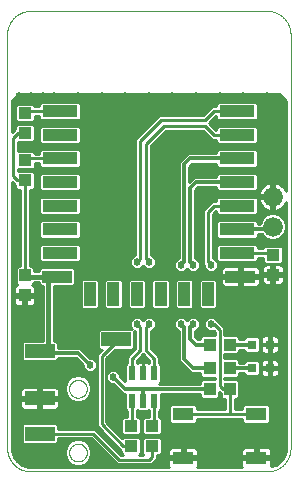
<source format=gtl>
G75*
%MOIN*%
%OFA0B0*%
%FSLAX25Y25*%
%IPPOS*%
%LPD*%
%AMOC8*
5,1,8,0,0,1.08239X$1,22.5*
%
%ADD10C,0.00000*%
%ADD11R,0.03937X0.04331*%
%ADD12R,0.03150X0.03150*%
%ADD13R,0.07087X0.04331*%
%ADD14R,0.02362X0.04724*%
%ADD15R,0.09843X0.04724*%
%ADD16R,0.04331X0.03937*%
%ADD17R,0.03937X0.07874*%
%ADD18R,0.09843X0.03937*%
%ADD19R,0.11811X0.03937*%
%ADD20C,0.06600*%
%ADD21C,0.01000*%
%ADD22C,0.02460*%
%ADD23C,0.01600*%
%ADD24C,0.01200*%
D10*
X0009971Y0009124D02*
X0088711Y0009124D01*
X0088901Y0009126D01*
X0089091Y0009133D01*
X0089281Y0009145D01*
X0089471Y0009161D01*
X0089660Y0009181D01*
X0089849Y0009207D01*
X0090037Y0009236D01*
X0090224Y0009271D01*
X0090410Y0009310D01*
X0090595Y0009353D01*
X0090780Y0009401D01*
X0090963Y0009453D01*
X0091144Y0009509D01*
X0091324Y0009570D01*
X0091503Y0009636D01*
X0091680Y0009705D01*
X0091856Y0009779D01*
X0092029Y0009857D01*
X0092201Y0009940D01*
X0092370Y0010026D01*
X0092538Y0010116D01*
X0092703Y0010211D01*
X0092866Y0010309D01*
X0093026Y0010412D01*
X0093184Y0010518D01*
X0093339Y0010628D01*
X0093492Y0010741D01*
X0093642Y0010859D01*
X0093788Y0010980D01*
X0093932Y0011104D01*
X0094073Y0011232D01*
X0094211Y0011363D01*
X0094346Y0011498D01*
X0094477Y0011636D01*
X0094605Y0011777D01*
X0094729Y0011921D01*
X0094850Y0012067D01*
X0094968Y0012217D01*
X0095081Y0012370D01*
X0095191Y0012525D01*
X0095297Y0012683D01*
X0095400Y0012843D01*
X0095498Y0013006D01*
X0095593Y0013171D01*
X0095683Y0013339D01*
X0095769Y0013508D01*
X0095852Y0013680D01*
X0095930Y0013853D01*
X0096004Y0014029D01*
X0096073Y0014206D01*
X0096139Y0014385D01*
X0096200Y0014565D01*
X0096256Y0014746D01*
X0096308Y0014929D01*
X0096356Y0015114D01*
X0096399Y0015299D01*
X0096438Y0015485D01*
X0096473Y0015672D01*
X0096502Y0015860D01*
X0096528Y0016049D01*
X0096548Y0016238D01*
X0096564Y0016428D01*
X0096576Y0016618D01*
X0096583Y0016808D01*
X0096585Y0016998D01*
X0096585Y0154793D01*
X0096583Y0154983D01*
X0096576Y0155173D01*
X0096564Y0155363D01*
X0096548Y0155553D01*
X0096528Y0155742D01*
X0096502Y0155931D01*
X0096473Y0156119D01*
X0096438Y0156306D01*
X0096399Y0156492D01*
X0096356Y0156677D01*
X0096308Y0156862D01*
X0096256Y0157045D01*
X0096200Y0157226D01*
X0096139Y0157406D01*
X0096073Y0157585D01*
X0096004Y0157762D01*
X0095930Y0157938D01*
X0095852Y0158111D01*
X0095769Y0158283D01*
X0095683Y0158452D01*
X0095593Y0158620D01*
X0095498Y0158785D01*
X0095400Y0158948D01*
X0095297Y0159108D01*
X0095191Y0159266D01*
X0095081Y0159421D01*
X0094968Y0159574D01*
X0094850Y0159724D01*
X0094729Y0159870D01*
X0094605Y0160014D01*
X0094477Y0160155D01*
X0094346Y0160293D01*
X0094211Y0160428D01*
X0094073Y0160559D01*
X0093932Y0160687D01*
X0093788Y0160811D01*
X0093642Y0160932D01*
X0093492Y0161050D01*
X0093339Y0161163D01*
X0093184Y0161273D01*
X0093026Y0161379D01*
X0092866Y0161482D01*
X0092703Y0161580D01*
X0092538Y0161675D01*
X0092370Y0161765D01*
X0092201Y0161851D01*
X0092029Y0161934D01*
X0091856Y0162012D01*
X0091680Y0162086D01*
X0091503Y0162155D01*
X0091324Y0162221D01*
X0091144Y0162282D01*
X0090963Y0162338D01*
X0090780Y0162390D01*
X0090595Y0162438D01*
X0090410Y0162481D01*
X0090224Y0162520D01*
X0090037Y0162555D01*
X0089849Y0162584D01*
X0089660Y0162610D01*
X0089471Y0162630D01*
X0089281Y0162646D01*
X0089091Y0162658D01*
X0088901Y0162665D01*
X0088711Y0162667D01*
X0009971Y0162667D01*
X0009781Y0162665D01*
X0009591Y0162658D01*
X0009401Y0162646D01*
X0009211Y0162630D01*
X0009022Y0162610D01*
X0008833Y0162584D01*
X0008645Y0162555D01*
X0008458Y0162520D01*
X0008272Y0162481D01*
X0008087Y0162438D01*
X0007902Y0162390D01*
X0007719Y0162338D01*
X0007538Y0162282D01*
X0007358Y0162221D01*
X0007179Y0162155D01*
X0007002Y0162086D01*
X0006826Y0162012D01*
X0006653Y0161934D01*
X0006481Y0161851D01*
X0006312Y0161765D01*
X0006144Y0161675D01*
X0005979Y0161580D01*
X0005816Y0161482D01*
X0005656Y0161379D01*
X0005498Y0161273D01*
X0005343Y0161163D01*
X0005190Y0161050D01*
X0005040Y0160932D01*
X0004894Y0160811D01*
X0004750Y0160687D01*
X0004609Y0160559D01*
X0004471Y0160428D01*
X0004336Y0160293D01*
X0004205Y0160155D01*
X0004077Y0160014D01*
X0003953Y0159870D01*
X0003832Y0159724D01*
X0003714Y0159574D01*
X0003601Y0159421D01*
X0003491Y0159266D01*
X0003385Y0159108D01*
X0003282Y0158948D01*
X0003184Y0158785D01*
X0003089Y0158620D01*
X0002999Y0158452D01*
X0002913Y0158283D01*
X0002830Y0158111D01*
X0002752Y0157938D01*
X0002678Y0157762D01*
X0002609Y0157585D01*
X0002543Y0157406D01*
X0002482Y0157226D01*
X0002426Y0157045D01*
X0002374Y0156862D01*
X0002326Y0156677D01*
X0002283Y0156492D01*
X0002244Y0156306D01*
X0002209Y0156119D01*
X0002180Y0155931D01*
X0002154Y0155742D01*
X0002134Y0155553D01*
X0002118Y0155363D01*
X0002106Y0155173D01*
X0002099Y0154983D01*
X0002097Y0154793D01*
X0002097Y0016998D01*
X0002099Y0016808D01*
X0002106Y0016618D01*
X0002118Y0016428D01*
X0002134Y0016238D01*
X0002154Y0016049D01*
X0002180Y0015860D01*
X0002209Y0015672D01*
X0002244Y0015485D01*
X0002283Y0015299D01*
X0002326Y0015114D01*
X0002374Y0014929D01*
X0002426Y0014746D01*
X0002482Y0014565D01*
X0002543Y0014385D01*
X0002609Y0014206D01*
X0002678Y0014029D01*
X0002752Y0013853D01*
X0002830Y0013680D01*
X0002913Y0013508D01*
X0002999Y0013339D01*
X0003089Y0013171D01*
X0003184Y0013006D01*
X0003282Y0012843D01*
X0003385Y0012683D01*
X0003491Y0012525D01*
X0003601Y0012370D01*
X0003714Y0012217D01*
X0003832Y0012067D01*
X0003953Y0011921D01*
X0004077Y0011777D01*
X0004205Y0011636D01*
X0004336Y0011498D01*
X0004471Y0011363D01*
X0004609Y0011232D01*
X0004750Y0011104D01*
X0004894Y0010980D01*
X0005040Y0010859D01*
X0005190Y0010741D01*
X0005343Y0010628D01*
X0005498Y0010518D01*
X0005656Y0010412D01*
X0005816Y0010309D01*
X0005979Y0010211D01*
X0006144Y0010116D01*
X0006312Y0010026D01*
X0006481Y0009940D01*
X0006653Y0009857D01*
X0006826Y0009779D01*
X0007002Y0009705D01*
X0007179Y0009636D01*
X0007358Y0009570D01*
X0007538Y0009509D01*
X0007719Y0009453D01*
X0007902Y0009401D01*
X0008087Y0009353D01*
X0008272Y0009310D01*
X0008458Y0009271D01*
X0008645Y0009236D01*
X0008833Y0009207D01*
X0009022Y0009181D01*
X0009211Y0009161D01*
X0009401Y0009145D01*
X0009591Y0009133D01*
X0009781Y0009126D01*
X0009971Y0009124D01*
X0022766Y0015423D02*
X0022768Y0015531D01*
X0022774Y0015640D01*
X0022784Y0015748D01*
X0022798Y0015855D01*
X0022816Y0015962D01*
X0022837Y0016069D01*
X0022863Y0016174D01*
X0022893Y0016279D01*
X0022926Y0016382D01*
X0022963Y0016484D01*
X0023004Y0016584D01*
X0023048Y0016683D01*
X0023097Y0016781D01*
X0023148Y0016876D01*
X0023203Y0016969D01*
X0023262Y0017061D01*
X0023324Y0017150D01*
X0023389Y0017237D01*
X0023457Y0017321D01*
X0023528Y0017403D01*
X0023602Y0017482D01*
X0023679Y0017558D01*
X0023759Y0017632D01*
X0023842Y0017702D01*
X0023927Y0017770D01*
X0024014Y0017834D01*
X0024104Y0017895D01*
X0024196Y0017953D01*
X0024290Y0018007D01*
X0024386Y0018058D01*
X0024483Y0018105D01*
X0024583Y0018149D01*
X0024684Y0018189D01*
X0024786Y0018225D01*
X0024889Y0018257D01*
X0024994Y0018286D01*
X0025100Y0018310D01*
X0025206Y0018331D01*
X0025313Y0018348D01*
X0025421Y0018361D01*
X0025529Y0018370D01*
X0025638Y0018375D01*
X0025746Y0018376D01*
X0025855Y0018373D01*
X0025963Y0018366D01*
X0026071Y0018355D01*
X0026178Y0018340D01*
X0026285Y0018321D01*
X0026391Y0018298D01*
X0026496Y0018272D01*
X0026601Y0018241D01*
X0026703Y0018207D01*
X0026805Y0018169D01*
X0026905Y0018127D01*
X0027004Y0018082D01*
X0027101Y0018033D01*
X0027195Y0017980D01*
X0027288Y0017924D01*
X0027379Y0017865D01*
X0027468Y0017802D01*
X0027554Y0017737D01*
X0027638Y0017668D01*
X0027719Y0017596D01*
X0027797Y0017521D01*
X0027873Y0017443D01*
X0027946Y0017362D01*
X0028016Y0017279D01*
X0028082Y0017194D01*
X0028146Y0017106D01*
X0028206Y0017015D01*
X0028263Y0016923D01*
X0028316Y0016828D01*
X0028366Y0016732D01*
X0028412Y0016634D01*
X0028455Y0016534D01*
X0028494Y0016433D01*
X0028529Y0016330D01*
X0028561Y0016227D01*
X0028588Y0016122D01*
X0028612Y0016016D01*
X0028632Y0015909D01*
X0028648Y0015802D01*
X0028660Y0015694D01*
X0028668Y0015586D01*
X0028672Y0015477D01*
X0028672Y0015369D01*
X0028668Y0015260D01*
X0028660Y0015152D01*
X0028648Y0015044D01*
X0028632Y0014937D01*
X0028612Y0014830D01*
X0028588Y0014724D01*
X0028561Y0014619D01*
X0028529Y0014516D01*
X0028494Y0014413D01*
X0028455Y0014312D01*
X0028412Y0014212D01*
X0028366Y0014114D01*
X0028316Y0014018D01*
X0028263Y0013923D01*
X0028206Y0013831D01*
X0028146Y0013740D01*
X0028082Y0013652D01*
X0028016Y0013567D01*
X0027946Y0013484D01*
X0027873Y0013403D01*
X0027797Y0013325D01*
X0027719Y0013250D01*
X0027638Y0013178D01*
X0027554Y0013109D01*
X0027468Y0013044D01*
X0027379Y0012981D01*
X0027288Y0012922D01*
X0027196Y0012866D01*
X0027101Y0012813D01*
X0027004Y0012764D01*
X0026905Y0012719D01*
X0026805Y0012677D01*
X0026703Y0012639D01*
X0026601Y0012605D01*
X0026496Y0012574D01*
X0026391Y0012548D01*
X0026285Y0012525D01*
X0026178Y0012506D01*
X0026071Y0012491D01*
X0025963Y0012480D01*
X0025855Y0012473D01*
X0025746Y0012470D01*
X0025638Y0012471D01*
X0025529Y0012476D01*
X0025421Y0012485D01*
X0025313Y0012498D01*
X0025206Y0012515D01*
X0025100Y0012536D01*
X0024994Y0012560D01*
X0024889Y0012589D01*
X0024786Y0012621D01*
X0024684Y0012657D01*
X0024583Y0012697D01*
X0024483Y0012741D01*
X0024386Y0012788D01*
X0024290Y0012839D01*
X0024196Y0012893D01*
X0024104Y0012951D01*
X0024014Y0013012D01*
X0023927Y0013076D01*
X0023842Y0013144D01*
X0023759Y0013214D01*
X0023679Y0013288D01*
X0023602Y0013364D01*
X0023528Y0013443D01*
X0023457Y0013525D01*
X0023389Y0013609D01*
X0023324Y0013696D01*
X0023262Y0013785D01*
X0023203Y0013877D01*
X0023148Y0013970D01*
X0023097Y0014065D01*
X0023048Y0014163D01*
X0023004Y0014262D01*
X0022963Y0014362D01*
X0022926Y0014464D01*
X0022893Y0014567D01*
X0022863Y0014672D01*
X0022837Y0014777D01*
X0022816Y0014884D01*
X0022798Y0014991D01*
X0022784Y0015098D01*
X0022774Y0015206D01*
X0022768Y0015315D01*
X0022766Y0015423D01*
X0022766Y0036683D02*
X0022768Y0036791D01*
X0022774Y0036900D01*
X0022784Y0037008D01*
X0022798Y0037115D01*
X0022816Y0037222D01*
X0022837Y0037329D01*
X0022863Y0037434D01*
X0022893Y0037539D01*
X0022926Y0037642D01*
X0022963Y0037744D01*
X0023004Y0037844D01*
X0023048Y0037943D01*
X0023097Y0038041D01*
X0023148Y0038136D01*
X0023203Y0038229D01*
X0023262Y0038321D01*
X0023324Y0038410D01*
X0023389Y0038497D01*
X0023457Y0038581D01*
X0023528Y0038663D01*
X0023602Y0038742D01*
X0023679Y0038818D01*
X0023759Y0038892D01*
X0023842Y0038962D01*
X0023927Y0039030D01*
X0024014Y0039094D01*
X0024104Y0039155D01*
X0024196Y0039213D01*
X0024290Y0039267D01*
X0024386Y0039318D01*
X0024483Y0039365D01*
X0024583Y0039409D01*
X0024684Y0039449D01*
X0024786Y0039485D01*
X0024889Y0039517D01*
X0024994Y0039546D01*
X0025100Y0039570D01*
X0025206Y0039591D01*
X0025313Y0039608D01*
X0025421Y0039621D01*
X0025529Y0039630D01*
X0025638Y0039635D01*
X0025746Y0039636D01*
X0025855Y0039633D01*
X0025963Y0039626D01*
X0026071Y0039615D01*
X0026178Y0039600D01*
X0026285Y0039581D01*
X0026391Y0039558D01*
X0026496Y0039532D01*
X0026601Y0039501D01*
X0026703Y0039467D01*
X0026805Y0039429D01*
X0026905Y0039387D01*
X0027004Y0039342D01*
X0027101Y0039293D01*
X0027195Y0039240D01*
X0027288Y0039184D01*
X0027379Y0039125D01*
X0027468Y0039062D01*
X0027554Y0038997D01*
X0027638Y0038928D01*
X0027719Y0038856D01*
X0027797Y0038781D01*
X0027873Y0038703D01*
X0027946Y0038622D01*
X0028016Y0038539D01*
X0028082Y0038454D01*
X0028146Y0038366D01*
X0028206Y0038275D01*
X0028263Y0038183D01*
X0028316Y0038088D01*
X0028366Y0037992D01*
X0028412Y0037894D01*
X0028455Y0037794D01*
X0028494Y0037693D01*
X0028529Y0037590D01*
X0028561Y0037487D01*
X0028588Y0037382D01*
X0028612Y0037276D01*
X0028632Y0037169D01*
X0028648Y0037062D01*
X0028660Y0036954D01*
X0028668Y0036846D01*
X0028672Y0036737D01*
X0028672Y0036629D01*
X0028668Y0036520D01*
X0028660Y0036412D01*
X0028648Y0036304D01*
X0028632Y0036197D01*
X0028612Y0036090D01*
X0028588Y0035984D01*
X0028561Y0035879D01*
X0028529Y0035776D01*
X0028494Y0035673D01*
X0028455Y0035572D01*
X0028412Y0035472D01*
X0028366Y0035374D01*
X0028316Y0035278D01*
X0028263Y0035183D01*
X0028206Y0035091D01*
X0028146Y0035000D01*
X0028082Y0034912D01*
X0028016Y0034827D01*
X0027946Y0034744D01*
X0027873Y0034663D01*
X0027797Y0034585D01*
X0027719Y0034510D01*
X0027638Y0034438D01*
X0027554Y0034369D01*
X0027468Y0034304D01*
X0027379Y0034241D01*
X0027288Y0034182D01*
X0027196Y0034126D01*
X0027101Y0034073D01*
X0027004Y0034024D01*
X0026905Y0033979D01*
X0026805Y0033937D01*
X0026703Y0033899D01*
X0026601Y0033865D01*
X0026496Y0033834D01*
X0026391Y0033808D01*
X0026285Y0033785D01*
X0026178Y0033766D01*
X0026071Y0033751D01*
X0025963Y0033740D01*
X0025855Y0033733D01*
X0025746Y0033730D01*
X0025638Y0033731D01*
X0025529Y0033736D01*
X0025421Y0033745D01*
X0025313Y0033758D01*
X0025206Y0033775D01*
X0025100Y0033796D01*
X0024994Y0033820D01*
X0024889Y0033849D01*
X0024786Y0033881D01*
X0024684Y0033917D01*
X0024583Y0033957D01*
X0024483Y0034001D01*
X0024386Y0034048D01*
X0024290Y0034099D01*
X0024196Y0034153D01*
X0024104Y0034211D01*
X0024014Y0034272D01*
X0023927Y0034336D01*
X0023842Y0034404D01*
X0023759Y0034474D01*
X0023679Y0034548D01*
X0023602Y0034624D01*
X0023528Y0034703D01*
X0023457Y0034785D01*
X0023389Y0034869D01*
X0023324Y0034956D01*
X0023262Y0035045D01*
X0023203Y0035137D01*
X0023148Y0035230D01*
X0023097Y0035325D01*
X0023048Y0035423D01*
X0023004Y0035522D01*
X0022963Y0035622D01*
X0022926Y0035724D01*
X0022893Y0035827D01*
X0022863Y0035932D01*
X0022837Y0036037D01*
X0022816Y0036144D01*
X0022798Y0036251D01*
X0022784Y0036358D01*
X0022774Y0036466D01*
X0022768Y0036575D01*
X0022766Y0036683D01*
D11*
X0008003Y0067785D03*
X0008003Y0074478D03*
X0069617Y0051447D03*
X0069617Y0043573D03*
X0069617Y0036683D03*
X0076310Y0036683D03*
X0076310Y0043573D03*
X0076310Y0051447D03*
D12*
X0083790Y0051447D03*
X0083790Y0043573D03*
X0089696Y0043573D03*
X0089696Y0051447D03*
D13*
X0085168Y0028219D03*
X0085168Y0013652D03*
X0060759Y0013652D03*
X0060759Y0028219D03*
D14*
X0051113Y0032746D03*
X0047373Y0032746D03*
X0043633Y0032746D03*
X0043633Y0041801D03*
X0047373Y0041801D03*
X0051113Y0041801D03*
D15*
X0038515Y0053219D03*
X0012924Y0049281D03*
X0012924Y0033533D03*
X0012924Y0021722D03*
D16*
X0043436Y0024281D03*
X0043436Y0017589D03*
X0050326Y0017589D03*
X0050326Y0024281D03*
X0090680Y0074675D03*
X0090680Y0081368D03*
X0008003Y0106171D03*
X0008003Y0112864D03*
X0008003Y0121919D03*
X0008003Y0128612D03*
D17*
X0029656Y0068179D03*
X0037530Y0068179D03*
X0045404Y0068179D03*
X0053278Y0068179D03*
X0061152Y0068179D03*
X0069026Y0068179D03*
D18*
X0079853Y0074085D03*
X0018830Y0074085D03*
D19*
X0019814Y0081959D03*
X0019814Y0089833D03*
X0019814Y0097707D03*
X0019814Y0105581D03*
X0019814Y0113455D03*
X0019814Y0121329D03*
X0019814Y0129203D03*
X0078869Y0129203D03*
X0078869Y0121329D03*
X0078869Y0113455D03*
X0078869Y0105581D03*
X0078869Y0097707D03*
X0078869Y0089833D03*
X0078869Y0081959D03*
D20*
X0090680Y0090738D03*
X0090680Y0100738D03*
D21*
X0007078Y0011319D02*
X0005464Y0012491D01*
X0004292Y0014104D01*
X0003676Y0016001D01*
X0003597Y0016998D01*
X0003597Y0105755D01*
X0003844Y0105509D01*
X0003844Y0105509D01*
X0004737Y0104615D01*
X0004737Y0103747D01*
X0005382Y0103103D01*
X0006403Y0103103D01*
X0006403Y0077744D01*
X0005579Y0077744D01*
X0004934Y0077099D01*
X0004934Y0071857D01*
X0005448Y0071344D01*
X0005113Y0071151D01*
X0004834Y0070872D01*
X0004636Y0070530D01*
X0004534Y0070148D01*
X0004534Y0068270D01*
X0007518Y0068270D01*
X0007518Y0067301D01*
X0004534Y0067301D01*
X0004534Y0065423D01*
X0004636Y0065041D01*
X0004834Y0064699D01*
X0005113Y0064420D01*
X0005455Y0064222D01*
X0005837Y0064120D01*
X0007518Y0064120D01*
X0007518Y0067301D01*
X0008487Y0067301D01*
X0008487Y0064120D01*
X0010169Y0064120D01*
X0010550Y0064222D01*
X0010892Y0064420D01*
X0011172Y0064699D01*
X0011369Y0065041D01*
X0011471Y0065423D01*
X0011471Y0067301D01*
X0008487Y0067301D01*
X0008487Y0068270D01*
X0011471Y0068270D01*
X0011471Y0070148D01*
X0011369Y0070530D01*
X0011172Y0070872D01*
X0010892Y0071151D01*
X0010558Y0071344D01*
X0011071Y0071857D01*
X0011071Y0072185D01*
X0012808Y0072185D01*
X0012808Y0071660D01*
X0013453Y0071016D01*
X0013977Y0071016D01*
X0013977Y0052744D01*
X0007547Y0052744D01*
X0006903Y0052099D01*
X0006903Y0046464D01*
X0007547Y0045819D01*
X0018301Y0045819D01*
X0018945Y0046464D01*
X0018945Y0046794D01*
X0025015Y0046794D01*
X0027326Y0044483D01*
X0027326Y0043592D01*
X0028691Y0042227D01*
X0030621Y0042227D01*
X0031986Y0043592D01*
X0031986Y0045522D01*
X0030621Y0046887D01*
X0029731Y0046887D01*
X0027419Y0049198D01*
X0026423Y0050194D01*
X0018945Y0050194D01*
X0018945Y0052099D01*
X0018301Y0052744D01*
X0017777Y0052744D01*
X0017777Y0071016D01*
X0024206Y0071016D01*
X0024851Y0071660D01*
X0024851Y0076509D01*
X0024206Y0077153D01*
X0013453Y0077153D01*
X0012808Y0076509D01*
X0012808Y0075985D01*
X0011071Y0075985D01*
X0011071Y0077099D01*
X0010427Y0077744D01*
X0009603Y0077744D01*
X0009603Y0103103D01*
X0010624Y0103103D01*
X0011268Y0103747D01*
X0011268Y0108595D01*
X0010624Y0109240D01*
X0005666Y0109240D01*
X0005666Y0109796D01*
X0010624Y0109796D01*
X0011268Y0110440D01*
X0011268Y0111855D01*
X0012808Y0111855D01*
X0012808Y0111031D01*
X0013453Y0110386D01*
X0026175Y0110386D01*
X0026819Y0111031D01*
X0026819Y0115879D01*
X0026175Y0116523D01*
X0013453Y0116523D01*
X0012808Y0115879D01*
X0012808Y0115055D01*
X0011268Y0115055D01*
X0011268Y0115288D01*
X0010624Y0115933D01*
X0005666Y0115933D01*
X0005666Y0118851D01*
X0010624Y0118851D01*
X0011268Y0119495D01*
X0011268Y0124343D01*
X0010624Y0124988D01*
X0005382Y0124988D01*
X0004737Y0124343D01*
X0004737Y0123279D01*
X0003597Y0122139D01*
X0003597Y0132671D01*
X0006034Y0135108D01*
X0092648Y0135108D01*
X0095085Y0132671D01*
X0095085Y0102665D01*
X0094785Y0103254D01*
X0094341Y0103865D01*
X0093807Y0104399D01*
X0093196Y0104844D01*
X0092522Y0105187D01*
X0091804Y0105420D01*
X0091164Y0105521D01*
X0091164Y0101223D01*
X0090196Y0101223D01*
X0090196Y0105521D01*
X0089556Y0105420D01*
X0088837Y0105187D01*
X0088164Y0104844D01*
X0087553Y0104399D01*
X0087019Y0103865D01*
X0086575Y0103254D01*
X0086232Y0102581D01*
X0085998Y0101862D01*
X0085897Y0101222D01*
X0090196Y0101222D01*
X0090196Y0100254D01*
X0091164Y0100254D01*
X0091164Y0095955D01*
X0091804Y0096056D01*
X0092522Y0096290D01*
X0093196Y0096633D01*
X0093807Y0097077D01*
X0094341Y0097611D01*
X0094785Y0098222D01*
X0095085Y0098812D01*
X0095085Y0016998D01*
X0095007Y0016001D01*
X0094391Y0014104D01*
X0093219Y0012491D01*
X0091605Y0011319D01*
X0090056Y0010815D01*
X0090109Y0010907D01*
X0090211Y0011289D01*
X0090211Y0013152D01*
X0085668Y0013152D01*
X0085668Y0014152D01*
X0084668Y0014152D01*
X0084668Y0017317D01*
X0081427Y0017317D01*
X0081046Y0017215D01*
X0080704Y0017017D01*
X0080425Y0016738D01*
X0080227Y0016396D01*
X0080125Y0016014D01*
X0080125Y0014152D01*
X0084668Y0014152D01*
X0084668Y0013152D01*
X0080125Y0013152D01*
X0080125Y0011289D01*
X0080227Y0010907D01*
X0080391Y0010624D01*
X0065536Y0010624D01*
X0065700Y0010907D01*
X0065802Y0011289D01*
X0065802Y0013152D01*
X0061259Y0013152D01*
X0061259Y0014152D01*
X0060259Y0014152D01*
X0060259Y0017317D01*
X0057018Y0017317D01*
X0056636Y0017215D01*
X0056294Y0017017D01*
X0056015Y0016738D01*
X0055818Y0016396D01*
X0055715Y0016014D01*
X0055715Y0014152D01*
X0060259Y0014152D01*
X0060259Y0013152D01*
X0055715Y0013152D01*
X0055715Y0011289D01*
X0055818Y0010907D01*
X0055981Y0010624D01*
X0009971Y0010624D01*
X0008974Y0010702D01*
X0007078Y0011319D01*
X0007686Y0011121D02*
X0024470Y0011121D01*
X0024834Y0010970D02*
X0023197Y0011648D01*
X0021944Y0012901D01*
X0021267Y0014538D01*
X0021267Y0016309D01*
X0021944Y0017946D01*
X0023197Y0019198D01*
X0024834Y0019876D01*
X0026605Y0019876D01*
X0028242Y0019198D01*
X0029494Y0017946D01*
X0030172Y0016309D01*
X0030172Y0014538D01*
X0029494Y0012901D01*
X0028242Y0011648D01*
X0026605Y0010970D01*
X0024834Y0010970D01*
X0026968Y0011121D02*
X0055760Y0011121D01*
X0055715Y0012120D02*
X0050663Y0012120D01*
X0050941Y0012398D02*
X0051926Y0013383D01*
X0051926Y0014520D01*
X0052947Y0014520D01*
X0053591Y0015164D01*
X0053591Y0020013D01*
X0052947Y0020657D01*
X0047705Y0020657D01*
X0047060Y0020013D01*
X0047060Y0015164D01*
X0047564Y0014661D01*
X0046198Y0014661D01*
X0046701Y0015164D01*
X0046701Y0020013D01*
X0046057Y0020657D01*
X0040815Y0020657D01*
X0040443Y0020285D01*
X0035193Y0025535D01*
X0035193Y0046847D01*
X0038102Y0049756D01*
X0043891Y0049756D01*
X0044536Y0050401D01*
X0044536Y0056007D01*
X0044789Y0056007D01*
X0044789Y0050141D01*
X0042033Y0047385D01*
X0042033Y0045263D01*
X0041996Y0045263D01*
X0041352Y0044619D01*
X0041352Y0039203D01*
X0039860Y0040694D01*
X0039860Y0041585D01*
X0038495Y0042950D01*
X0036565Y0042950D01*
X0035200Y0041585D01*
X0035200Y0039655D01*
X0036565Y0038290D01*
X0037456Y0038290D01*
X0040763Y0034983D01*
X0041352Y0034983D01*
X0041352Y0029928D01*
X0041996Y0029284D01*
X0042033Y0029284D01*
X0042033Y0027350D01*
X0040815Y0027350D01*
X0040170Y0026706D01*
X0040170Y0021857D01*
X0040815Y0021213D01*
X0046057Y0021213D01*
X0046701Y0021857D01*
X0046701Y0026706D01*
X0046057Y0027350D01*
X0045233Y0027350D01*
X0045233Y0029284D01*
X0045269Y0029284D01*
X0045503Y0029517D01*
X0045736Y0029284D01*
X0049010Y0029284D01*
X0049243Y0029517D01*
X0049476Y0029284D01*
X0049513Y0029284D01*
X0049513Y0027350D01*
X0047705Y0027350D01*
X0047060Y0026706D01*
X0047060Y0021857D01*
X0047705Y0021213D01*
X0052947Y0021213D01*
X0053591Y0021857D01*
X0053591Y0026706D01*
X0052947Y0027350D01*
X0052713Y0027350D01*
X0052713Y0029284D01*
X0052750Y0029284D01*
X0053394Y0029928D01*
X0053394Y0034983D01*
X0066548Y0034983D01*
X0066548Y0034062D01*
X0067193Y0033418D01*
X0072041Y0033418D01*
X0072685Y0034062D01*
X0072685Y0035683D01*
X0073241Y0035127D01*
X0073241Y0034062D01*
X0073886Y0033418D01*
X0074710Y0033418D01*
X0074710Y0029818D01*
X0065402Y0029818D01*
X0065402Y0030839D01*
X0064758Y0031484D01*
X0056760Y0031484D01*
X0056115Y0030839D01*
X0056115Y0025598D01*
X0056760Y0024953D01*
X0064758Y0024953D01*
X0065402Y0025598D01*
X0065402Y0026619D01*
X0080525Y0026619D01*
X0080525Y0025598D01*
X0081169Y0024953D01*
X0089167Y0024953D01*
X0089811Y0025598D01*
X0089811Y0030839D01*
X0089167Y0031484D01*
X0081169Y0031484D01*
X0080525Y0030839D01*
X0080525Y0029818D01*
X0077910Y0029818D01*
X0077910Y0033418D01*
X0078734Y0033418D01*
X0079378Y0034062D01*
X0079378Y0039304D01*
X0078734Y0039948D01*
X0074563Y0039948D01*
X0074563Y0040307D01*
X0078734Y0040307D01*
X0079378Y0040952D01*
X0079378Y0041873D01*
X0081115Y0041873D01*
X0081115Y0041542D01*
X0081760Y0040898D01*
X0085821Y0040898D01*
X0086465Y0041542D01*
X0086465Y0045603D01*
X0085821Y0046248D01*
X0081760Y0046248D01*
X0081115Y0045603D01*
X0081115Y0045273D01*
X0079378Y0045273D01*
X0079378Y0046194D01*
X0078734Y0046838D01*
X0074563Y0046838D01*
X0074563Y0048181D01*
X0078734Y0048181D01*
X0079378Y0048826D01*
X0079378Y0049747D01*
X0081115Y0049747D01*
X0081115Y0049416D01*
X0081760Y0048772D01*
X0085821Y0048772D01*
X0086465Y0049416D01*
X0086465Y0053477D01*
X0085821Y0054122D01*
X0081760Y0054122D01*
X0081115Y0053477D01*
X0081115Y0053147D01*
X0079378Y0053147D01*
X0079378Y0054068D01*
X0078734Y0054712D01*
X0074563Y0054712D01*
X0074563Y0057031D01*
X0073626Y0057968D01*
X0072341Y0059254D01*
X0072341Y0059302D01*
X0070976Y0060667D01*
X0069046Y0060667D01*
X0067681Y0059302D01*
X0067681Y0057372D01*
X0069046Y0056007D01*
X0070976Y0056007D01*
X0071019Y0056050D01*
X0071363Y0055705D01*
X0071363Y0054712D01*
X0067193Y0054712D01*
X0066548Y0054068D01*
X0066548Y0053147D01*
X0065794Y0053147D01*
X0064821Y0054120D01*
X0064821Y0056007D01*
X0065070Y0056007D01*
X0066435Y0057372D01*
X0066435Y0059302D01*
X0065070Y0060667D01*
X0063140Y0060667D01*
X0062137Y0059663D01*
X0061133Y0060667D01*
X0059203Y0060667D01*
X0057838Y0059302D01*
X0057838Y0057372D01*
X0059203Y0056007D01*
X0059452Y0056007D01*
X0059452Y0045821D01*
X0062405Y0042869D01*
X0063401Y0041873D01*
X0066548Y0041873D01*
X0066548Y0040952D01*
X0067193Y0040307D01*
X0071363Y0040307D01*
X0071363Y0039948D01*
X0067193Y0039948D01*
X0066548Y0039304D01*
X0066548Y0038383D01*
X0052794Y0038383D01*
X0053394Y0038983D01*
X0053394Y0044619D01*
X0052750Y0045263D01*
X0052713Y0045263D01*
X0052713Y0047385D01*
X0049957Y0050141D01*
X0049957Y0056007D01*
X0050306Y0056007D01*
X0051671Y0057372D01*
X0051671Y0059302D01*
X0050306Y0060667D01*
X0048376Y0060667D01*
X0047373Y0059663D01*
X0046369Y0060667D01*
X0044439Y0060667D01*
X0043074Y0059302D01*
X0043074Y0057372D01*
X0043765Y0056681D01*
X0033138Y0056681D01*
X0032493Y0056036D01*
X0032493Y0050401D01*
X0033138Y0049756D01*
X0033577Y0049756D01*
X0031993Y0048173D01*
X0031993Y0024209D01*
X0032931Y0023272D01*
X0040170Y0016032D01*
X0040170Y0015164D01*
X0040674Y0014661D01*
X0040162Y0014661D01*
X0031500Y0023322D01*
X0018945Y0023322D01*
X0018945Y0024540D01*
X0018301Y0025185D01*
X0007547Y0025185D01*
X0006903Y0024540D01*
X0006903Y0018905D01*
X0007547Y0018260D01*
X0018301Y0018260D01*
X0018945Y0018905D01*
X0018945Y0020122D01*
X0030175Y0020122D01*
X0037899Y0012398D01*
X0038836Y0011461D01*
X0050004Y0011461D01*
X0050941Y0012398D01*
X0051661Y0013118D02*
X0055715Y0013118D01*
X0055715Y0015115D02*
X0053542Y0015115D01*
X0053591Y0016114D02*
X0055742Y0016114D01*
X0056459Y0017112D02*
X0053591Y0017112D01*
X0053591Y0018111D02*
X0095085Y0018111D01*
X0095085Y0019109D02*
X0053591Y0019109D01*
X0053496Y0020108D02*
X0095085Y0020108D01*
X0095085Y0021106D02*
X0039622Y0021106D01*
X0040170Y0022105D02*
X0038623Y0022105D01*
X0037625Y0023103D02*
X0040170Y0023103D01*
X0040170Y0024102D02*
X0036626Y0024102D01*
X0035628Y0025100D02*
X0040170Y0025100D01*
X0040170Y0026099D02*
X0035193Y0026099D01*
X0035193Y0027097D02*
X0040562Y0027097D01*
X0042033Y0028096D02*
X0035193Y0028096D01*
X0035193Y0029094D02*
X0042033Y0029094D01*
X0041352Y0030093D02*
X0035193Y0030093D01*
X0035193Y0031091D02*
X0041352Y0031091D01*
X0041352Y0032090D02*
X0035193Y0032090D01*
X0035193Y0033088D02*
X0041352Y0033088D01*
X0041352Y0034087D02*
X0035193Y0034087D01*
X0035193Y0035085D02*
X0040661Y0035085D01*
X0039662Y0036084D02*
X0035193Y0036084D01*
X0035193Y0037082D02*
X0038664Y0037082D01*
X0037665Y0038081D02*
X0035193Y0038081D01*
X0035193Y0039079D02*
X0035776Y0039079D01*
X0035200Y0040078D02*
X0035193Y0040078D01*
X0035193Y0041076D02*
X0035200Y0041076D01*
X0035193Y0042075D02*
X0035690Y0042075D01*
X0035193Y0043073D02*
X0041352Y0043073D01*
X0041352Y0042075D02*
X0039370Y0042075D01*
X0039860Y0041076D02*
X0041352Y0041076D01*
X0041352Y0040078D02*
X0040477Y0040078D01*
X0043633Y0041801D02*
X0043633Y0046722D01*
X0046389Y0049478D01*
X0046389Y0057352D01*
X0045404Y0058337D01*
X0046988Y0060048D02*
X0047758Y0060048D01*
X0049341Y0058337D02*
X0048357Y0057352D01*
X0048357Y0049478D01*
X0051113Y0046722D01*
X0051113Y0041801D01*
X0053394Y0042075D02*
X0063199Y0042075D01*
X0062200Y0043073D02*
X0053394Y0043073D01*
X0053394Y0044072D02*
X0061202Y0044072D01*
X0060203Y0045070D02*
X0052943Y0045070D01*
X0052713Y0046069D02*
X0059452Y0046069D01*
X0059452Y0047067D02*
X0052713Y0047067D01*
X0052032Y0048066D02*
X0059452Y0048066D01*
X0059452Y0049064D02*
X0051034Y0049064D01*
X0050035Y0050063D02*
X0059452Y0050063D01*
X0059452Y0051061D02*
X0049957Y0051061D01*
X0049957Y0052060D02*
X0059452Y0052060D01*
X0059452Y0053059D02*
X0049957Y0053059D01*
X0049957Y0054057D02*
X0059452Y0054057D01*
X0059452Y0055056D02*
X0049957Y0055056D01*
X0050354Y0056054D02*
X0059156Y0056054D01*
X0058157Y0057053D02*
X0051352Y0057053D01*
X0051671Y0058051D02*
X0057838Y0058051D01*
X0057838Y0059050D02*
X0051671Y0059050D01*
X0050925Y0060048D02*
X0058585Y0060048D01*
X0058728Y0063142D02*
X0063577Y0063142D01*
X0064221Y0063786D01*
X0064221Y0072572D01*
X0063577Y0073216D01*
X0058728Y0073216D01*
X0058084Y0072572D01*
X0058084Y0063786D01*
X0058728Y0063142D01*
X0058084Y0064042D02*
X0056347Y0064042D01*
X0056347Y0063786D02*
X0056347Y0072572D01*
X0055702Y0073216D01*
X0050854Y0073216D01*
X0050210Y0072572D01*
X0050210Y0063786D01*
X0050854Y0063142D01*
X0055702Y0063142D01*
X0056347Y0063786D01*
X0056347Y0065041D02*
X0058084Y0065041D01*
X0058084Y0066039D02*
X0056347Y0066039D01*
X0056347Y0067038D02*
X0058084Y0067038D01*
X0058084Y0068036D02*
X0056347Y0068036D01*
X0056347Y0069035D02*
X0058084Y0069035D01*
X0058084Y0070033D02*
X0056347Y0070033D01*
X0056347Y0071032D02*
X0058084Y0071032D01*
X0058084Y0072030D02*
X0056347Y0072030D01*
X0055890Y0073029D02*
X0058541Y0073029D01*
X0059203Y0075692D02*
X0057838Y0077057D01*
X0057838Y0078987D01*
X0059203Y0080352D01*
X0059452Y0080352D01*
X0059452Y0112190D01*
X0060448Y0113186D01*
X0062417Y0115155D01*
X0071863Y0115155D01*
X0071863Y0115879D01*
X0072508Y0116523D01*
X0085230Y0116523D01*
X0085874Y0115879D01*
X0085874Y0111031D01*
X0085230Y0110386D01*
X0072508Y0110386D01*
X0071863Y0111031D01*
X0071863Y0111755D01*
X0063825Y0111755D01*
X0062852Y0110782D01*
X0062852Y0105748D01*
X0064385Y0107281D01*
X0071863Y0107281D01*
X0071863Y0108005D01*
X0072508Y0108649D01*
X0085230Y0108649D01*
X0085874Y0108005D01*
X0085874Y0103157D01*
X0085230Y0102512D01*
X0072508Y0102512D01*
X0071863Y0103157D01*
X0071863Y0103881D01*
X0065794Y0103881D01*
X0064821Y0102908D01*
X0064821Y0080352D01*
X0065070Y0080352D01*
X0066435Y0078987D01*
X0066435Y0077057D01*
X0065070Y0075692D01*
X0063140Y0075692D01*
X0062137Y0076695D01*
X0061133Y0075692D01*
X0059203Y0075692D01*
X0058870Y0076024D02*
X0024851Y0076024D01*
X0024851Y0075026D02*
X0073432Y0075026D01*
X0073432Y0074569D02*
X0079369Y0074569D01*
X0079369Y0077553D01*
X0074734Y0077553D01*
X0074353Y0077451D01*
X0074011Y0077253D01*
X0073732Y0076974D01*
X0073534Y0076632D01*
X0073432Y0076251D01*
X0073432Y0074569D01*
X0073432Y0073600D02*
X0073432Y0071919D01*
X0073534Y0071537D01*
X0073732Y0071195D01*
X0074011Y0070916D01*
X0074353Y0070718D01*
X0074734Y0070616D01*
X0079369Y0070616D01*
X0079369Y0073600D01*
X0080337Y0073600D01*
X0080337Y0070616D01*
X0084972Y0070616D01*
X0085353Y0070718D01*
X0085695Y0070916D01*
X0085975Y0071195D01*
X0086172Y0071537D01*
X0086274Y0071919D01*
X0086274Y0073600D01*
X0080337Y0073600D01*
X0080337Y0074569D01*
X0079369Y0074569D01*
X0079369Y0073600D01*
X0073432Y0073600D01*
X0073432Y0073029D02*
X0071638Y0073029D01*
X0071451Y0073216D02*
X0072095Y0072572D01*
X0072095Y0063786D01*
X0071451Y0063142D01*
X0066602Y0063142D01*
X0065958Y0063786D01*
X0065958Y0072572D01*
X0066602Y0073216D01*
X0071451Y0073216D01*
X0072095Y0072030D02*
X0073432Y0072030D01*
X0073895Y0071032D02*
X0072095Y0071032D01*
X0072095Y0070033D02*
X0095085Y0070033D01*
X0095085Y0069035D02*
X0072095Y0069035D01*
X0072095Y0068036D02*
X0095085Y0068036D01*
X0095085Y0067038D02*
X0072095Y0067038D01*
X0072095Y0066039D02*
X0095085Y0066039D01*
X0095085Y0065041D02*
X0072095Y0065041D01*
X0072095Y0064042D02*
X0095085Y0064042D01*
X0095085Y0063044D02*
X0017777Y0063044D01*
X0017777Y0064042D02*
X0026588Y0064042D01*
X0026588Y0063786D02*
X0027232Y0063142D01*
X0032080Y0063142D01*
X0032725Y0063786D01*
X0032725Y0072572D01*
X0032080Y0073216D01*
X0027232Y0073216D01*
X0026588Y0072572D01*
X0026588Y0063786D01*
X0026588Y0065041D02*
X0017777Y0065041D01*
X0017777Y0066039D02*
X0026588Y0066039D01*
X0026588Y0067038D02*
X0017777Y0067038D01*
X0017777Y0068036D02*
X0026588Y0068036D01*
X0026588Y0069035D02*
X0017777Y0069035D01*
X0017777Y0070033D02*
X0026588Y0070033D01*
X0026588Y0071032D02*
X0024222Y0071032D01*
X0024851Y0072030D02*
X0026588Y0072030D01*
X0027045Y0073029D02*
X0024851Y0073029D01*
X0024851Y0074027D02*
X0079369Y0074027D01*
X0080337Y0074027D02*
X0087015Y0074027D01*
X0087015Y0074191D02*
X0087015Y0072509D01*
X0087117Y0072128D01*
X0087314Y0071786D01*
X0087594Y0071506D01*
X0087936Y0071309D01*
X0088317Y0071207D01*
X0090196Y0071207D01*
X0090196Y0074191D01*
X0091164Y0074191D01*
X0091164Y0071207D01*
X0093043Y0071207D01*
X0093424Y0071309D01*
X0093766Y0071506D01*
X0094046Y0071786D01*
X0094243Y0072128D01*
X0094345Y0072509D01*
X0094345Y0074191D01*
X0091164Y0074191D01*
X0091164Y0075159D01*
X0094345Y0075159D01*
X0094345Y0076841D01*
X0094243Y0077223D01*
X0094046Y0077565D01*
X0093766Y0077844D01*
X0093424Y0078041D01*
X0093043Y0078144D01*
X0091164Y0078144D01*
X0091164Y0075160D01*
X0090196Y0075160D01*
X0090196Y0078144D01*
X0088317Y0078144D01*
X0087936Y0078041D01*
X0087594Y0077844D01*
X0087314Y0077565D01*
X0087117Y0077223D01*
X0087015Y0076841D01*
X0087015Y0075159D01*
X0090196Y0075159D01*
X0090196Y0074191D01*
X0087015Y0074191D01*
X0086274Y0074569D02*
X0086274Y0076251D01*
X0086172Y0076632D01*
X0085975Y0076974D01*
X0085695Y0077253D01*
X0085353Y0077451D01*
X0084972Y0077553D01*
X0080337Y0077553D01*
X0080337Y0074569D01*
X0086274Y0074569D01*
X0086274Y0075026D02*
X0090196Y0075026D01*
X0091164Y0075026D02*
X0095085Y0075026D01*
X0095085Y0076024D02*
X0094345Y0076024D01*
X0094297Y0077023D02*
X0095085Y0077023D01*
X0095085Y0078021D02*
X0093459Y0078021D01*
X0093301Y0078300D02*
X0093945Y0078944D01*
X0093945Y0083792D01*
X0093301Y0084437D01*
X0088059Y0084437D01*
X0087415Y0083792D01*
X0087415Y0083559D01*
X0085874Y0083559D01*
X0085874Y0084383D01*
X0085230Y0085027D01*
X0072508Y0085027D01*
X0071863Y0084383D01*
X0071863Y0079535D01*
X0072508Y0078890D01*
X0085230Y0078890D01*
X0085874Y0079535D01*
X0085874Y0080359D01*
X0087415Y0080359D01*
X0087415Y0078944D01*
X0088059Y0078300D01*
X0093301Y0078300D01*
X0093945Y0079020D02*
X0095085Y0079020D01*
X0095085Y0080018D02*
X0093945Y0080018D01*
X0093945Y0081017D02*
X0095085Y0081017D01*
X0095085Y0082015D02*
X0093945Y0082015D01*
X0093945Y0083014D02*
X0095085Y0083014D01*
X0095085Y0084012D02*
X0093725Y0084012D01*
X0095085Y0085011D02*
X0085246Y0085011D01*
X0085874Y0084012D02*
X0087635Y0084012D01*
X0088188Y0087008D02*
X0085474Y0087008D01*
X0085230Y0086764D02*
X0085874Y0087409D01*
X0085874Y0088133D01*
X0087063Y0088133D01*
X0088188Y0087008D01*
X0089805Y0086338D01*
X0091555Y0086338D01*
X0093172Y0087008D01*
X0095085Y0087008D01*
X0095085Y0088006D02*
X0094171Y0088006D01*
X0094410Y0088246D02*
X0095080Y0089863D01*
X0095080Y0091613D01*
X0094410Y0093231D01*
X0093172Y0094468D01*
X0091555Y0095138D01*
X0089805Y0095138D01*
X0088188Y0094468D01*
X0086950Y0093231D01*
X0086280Y0091613D01*
X0086280Y0091533D01*
X0085874Y0091533D01*
X0085874Y0092257D01*
X0085230Y0092901D01*
X0072508Y0092901D01*
X0071863Y0092257D01*
X0071863Y0087409D01*
X0072508Y0086764D01*
X0085230Y0086764D01*
X0085874Y0088006D02*
X0087189Y0088006D01*
X0086440Y0092000D02*
X0085874Y0092000D01*
X0086854Y0092999D02*
X0070626Y0092999D01*
X0070626Y0093997D02*
X0087717Y0093997D01*
X0088837Y0096290D02*
X0088164Y0096633D01*
X0087553Y0097077D01*
X0087019Y0097611D01*
X0086575Y0098222D01*
X0086232Y0098896D01*
X0085998Y0099614D01*
X0085897Y0100254D01*
X0090196Y0100254D01*
X0090196Y0095955D01*
X0089556Y0096056D01*
X0088837Y0096290D01*
X0089947Y0095995D02*
X0085874Y0095995D01*
X0085874Y0095283D02*
X0085230Y0094638D01*
X0072508Y0094638D01*
X0071863Y0095283D01*
X0071863Y0096107D01*
X0071658Y0096107D01*
X0070626Y0095075D01*
X0070626Y0080352D01*
X0070976Y0080352D01*
X0072341Y0078987D01*
X0072341Y0077057D01*
X0070976Y0075692D01*
X0069046Y0075692D01*
X0067681Y0077057D01*
X0067681Y0078089D01*
X0067426Y0078343D01*
X0067426Y0096401D01*
X0068364Y0097338D01*
X0070332Y0099307D01*
X0071863Y0099307D01*
X0071863Y0100131D01*
X0072508Y0100775D01*
X0085230Y0100775D01*
X0085874Y0100131D01*
X0085874Y0095283D01*
X0085588Y0094996D02*
X0089461Y0094996D01*
X0090196Y0095995D02*
X0091164Y0095995D01*
X0091413Y0095995D02*
X0095085Y0095995D01*
X0095085Y0096993D02*
X0093691Y0096993D01*
X0094617Y0097992D02*
X0095085Y0097992D01*
X0095085Y0094996D02*
X0091898Y0094996D01*
X0091164Y0096993D02*
X0090196Y0096993D01*
X0090196Y0097992D02*
X0091164Y0097992D01*
X0091164Y0098990D02*
X0090196Y0098990D01*
X0090196Y0099989D02*
X0091164Y0099989D01*
X0090196Y0100987D02*
X0064821Y0100987D01*
X0064821Y0099989D02*
X0071863Y0099989D01*
X0070995Y0097707D02*
X0069026Y0095738D01*
X0069026Y0079006D01*
X0070011Y0078022D01*
X0071309Y0080018D02*
X0071863Y0080018D01*
X0071863Y0081017D02*
X0070626Y0081017D01*
X0070626Y0082015D02*
X0071863Y0082015D01*
X0071863Y0083014D02*
X0070626Y0083014D01*
X0070626Y0084012D02*
X0071863Y0084012D01*
X0072491Y0085011D02*
X0070626Y0085011D01*
X0070626Y0086009D02*
X0095085Y0086009D01*
X0093172Y0087008D02*
X0094410Y0088246D01*
X0094724Y0089005D02*
X0095085Y0089005D01*
X0095080Y0090003D02*
X0095085Y0090003D01*
X0095080Y0091002D02*
X0095085Y0091002D01*
X0095085Y0092000D02*
X0094920Y0092000D01*
X0095085Y0092999D02*
X0094506Y0092999D01*
X0095085Y0093997D02*
X0093643Y0093997D01*
X0091164Y0101986D02*
X0090196Y0101986D01*
X0090196Y0102984D02*
X0091164Y0102984D01*
X0091164Y0103983D02*
X0090196Y0103983D01*
X0090196Y0104981D02*
X0091164Y0104981D01*
X0092926Y0104981D02*
X0095085Y0104981D01*
X0095085Y0103983D02*
X0094224Y0103983D01*
X0094923Y0102984D02*
X0095085Y0102984D01*
X0095085Y0105980D02*
X0085874Y0105980D01*
X0085874Y0106978D02*
X0095085Y0106978D01*
X0095085Y0107977D02*
X0085874Y0107977D01*
X0085816Y0110972D02*
X0095085Y0110972D01*
X0095085Y0109974D02*
X0062852Y0109974D01*
X0062852Y0108975D02*
X0095085Y0108975D01*
X0095085Y0111971D02*
X0085874Y0111971D01*
X0085874Y0112969D02*
X0095085Y0112969D01*
X0095085Y0113968D02*
X0085874Y0113968D01*
X0085874Y0114966D02*
X0095085Y0114966D01*
X0095085Y0115965D02*
X0085789Y0115965D01*
X0085230Y0118260D02*
X0085874Y0118905D01*
X0085874Y0123753D01*
X0085230Y0124397D01*
X0072508Y0124397D01*
X0071863Y0123753D01*
X0071863Y0122929D01*
X0071658Y0122929D01*
X0069642Y0124944D01*
X0069321Y0125266D01*
X0069642Y0125587D01*
X0071658Y0127603D01*
X0071863Y0127603D01*
X0071863Y0126779D01*
X0072508Y0126134D01*
X0085230Y0126134D01*
X0085874Y0126779D01*
X0085874Y0131627D01*
X0085230Y0132271D01*
X0072508Y0132271D01*
X0071863Y0131627D01*
X0071863Y0130803D01*
X0070332Y0130803D01*
X0067379Y0127850D01*
X0052616Y0127850D01*
X0045726Y0120960D01*
X0045726Y0120960D01*
X0044789Y0120023D01*
X0044789Y0081336D01*
X0044439Y0081336D01*
X0043074Y0079971D01*
X0043074Y0078041D01*
X0044439Y0076676D01*
X0046369Y0076676D01*
X0047373Y0077679D01*
X0048376Y0076676D01*
X0050306Y0076676D01*
X0051671Y0078041D01*
X0051671Y0079971D01*
X0050306Y0081336D01*
X0049957Y0081336D01*
X0049957Y0117713D01*
X0054925Y0122681D01*
X0067379Y0122681D01*
X0070332Y0119729D01*
X0071863Y0119729D01*
X0071863Y0118905D01*
X0072508Y0118260D01*
X0085230Y0118260D01*
X0085874Y0118960D02*
X0095085Y0118960D01*
X0095085Y0117962D02*
X0050206Y0117962D01*
X0049957Y0116963D02*
X0095085Y0116963D01*
X0095085Y0119959D02*
X0085874Y0119959D01*
X0085874Y0120957D02*
X0095085Y0120957D01*
X0095085Y0121956D02*
X0085874Y0121956D01*
X0085874Y0122954D02*
X0095085Y0122954D01*
X0095085Y0123953D02*
X0085674Y0123953D01*
X0085874Y0126948D02*
X0095085Y0126948D01*
X0095085Y0125950D02*
X0070005Y0125950D01*
X0069635Y0124951D02*
X0095085Y0124951D01*
X0095085Y0127947D02*
X0085874Y0127947D01*
X0085874Y0128945D02*
X0095085Y0128945D01*
X0095085Y0129944D02*
X0085874Y0129944D01*
X0085874Y0130942D02*
X0095085Y0130942D01*
X0095085Y0131941D02*
X0085560Y0131941D01*
X0078869Y0129203D02*
X0070995Y0129203D01*
X0068042Y0126250D01*
X0053278Y0126250D01*
X0046389Y0119360D01*
X0046389Y0079990D01*
X0045404Y0079006D01*
X0044789Y0082015D02*
X0026819Y0082015D01*
X0026819Y0081017D02*
X0044120Y0081017D01*
X0043122Y0080018D02*
X0026819Y0080018D01*
X0026819Y0079535D02*
X0026819Y0084383D01*
X0026175Y0085027D01*
X0013453Y0085027D01*
X0012808Y0084383D01*
X0012808Y0079535D01*
X0013453Y0078890D01*
X0026175Y0078890D01*
X0026819Y0079535D01*
X0026305Y0079020D02*
X0043074Y0079020D01*
X0043094Y0078021D02*
X0009603Y0078021D01*
X0009603Y0079020D02*
X0013323Y0079020D01*
X0012808Y0080018D02*
X0009603Y0080018D01*
X0009603Y0081017D02*
X0012808Y0081017D01*
X0012808Y0082015D02*
X0009603Y0082015D01*
X0009603Y0083014D02*
X0012808Y0083014D01*
X0012808Y0084012D02*
X0009603Y0084012D01*
X0009603Y0085011D02*
X0013436Y0085011D01*
X0013453Y0086764D02*
X0026175Y0086764D01*
X0026819Y0087409D01*
X0026819Y0092257D01*
X0026175Y0092901D01*
X0013453Y0092901D01*
X0012808Y0092257D01*
X0012808Y0087409D01*
X0013453Y0086764D01*
X0013209Y0087008D02*
X0009603Y0087008D01*
X0009603Y0088006D02*
X0012808Y0088006D01*
X0012808Y0089005D02*
X0009603Y0089005D01*
X0009603Y0090003D02*
X0012808Y0090003D01*
X0012808Y0091002D02*
X0009603Y0091002D01*
X0009603Y0092000D02*
X0012808Y0092000D01*
X0013453Y0094638D02*
X0026175Y0094638D01*
X0026819Y0095283D01*
X0026819Y0100131D01*
X0026175Y0100775D01*
X0013453Y0100775D01*
X0012808Y0100131D01*
X0012808Y0095283D01*
X0013453Y0094638D01*
X0013095Y0094996D02*
X0009603Y0094996D01*
X0009603Y0095995D02*
X0012808Y0095995D01*
X0012808Y0096993D02*
X0009603Y0096993D01*
X0009603Y0097992D02*
X0012808Y0097992D01*
X0012808Y0098990D02*
X0009603Y0098990D01*
X0009603Y0099989D02*
X0012808Y0099989D01*
X0013453Y0102512D02*
X0026175Y0102512D01*
X0026819Y0103157D01*
X0026819Y0108005D01*
X0026175Y0108649D01*
X0013453Y0108649D01*
X0012808Y0108005D01*
X0012808Y0103157D01*
X0013453Y0102512D01*
X0012981Y0102984D02*
X0009603Y0102984D01*
X0009603Y0101986D02*
X0044789Y0101986D01*
X0044789Y0102984D02*
X0026647Y0102984D01*
X0026819Y0103983D02*
X0044789Y0103983D01*
X0044789Y0104981D02*
X0026819Y0104981D01*
X0026819Y0105980D02*
X0044789Y0105980D01*
X0044789Y0106978D02*
X0026819Y0106978D01*
X0026819Y0107977D02*
X0044789Y0107977D01*
X0044789Y0108975D02*
X0010888Y0108975D01*
X0010802Y0109974D02*
X0044789Y0109974D01*
X0044789Y0110972D02*
X0026761Y0110972D01*
X0026819Y0111971D02*
X0044789Y0111971D01*
X0044789Y0112969D02*
X0026819Y0112969D01*
X0026819Y0113968D02*
X0044789Y0113968D01*
X0044789Y0114966D02*
X0026819Y0114966D01*
X0026733Y0115965D02*
X0044789Y0115965D01*
X0044789Y0116963D02*
X0005666Y0116963D01*
X0005666Y0115965D02*
X0012894Y0115965D01*
X0013453Y0118260D02*
X0026175Y0118260D01*
X0026819Y0118905D01*
X0026819Y0123753D01*
X0026175Y0124397D01*
X0013453Y0124397D01*
X0012808Y0123753D01*
X0012808Y0118905D01*
X0013453Y0118260D01*
X0012808Y0118960D02*
X0010733Y0118960D01*
X0011268Y0119959D02*
X0012808Y0119959D01*
X0012808Y0120957D02*
X0011268Y0120957D01*
X0011268Y0121956D02*
X0012808Y0121956D01*
X0012808Y0122954D02*
X0011268Y0122954D01*
X0011268Y0123953D02*
X0013008Y0123953D01*
X0013453Y0126134D02*
X0026175Y0126134D01*
X0026819Y0126779D01*
X0026819Y0131627D01*
X0026175Y0132271D01*
X0013453Y0132271D01*
X0012808Y0131627D01*
X0012808Y0130803D01*
X0011268Y0130803D01*
X0011268Y0131036D01*
X0010624Y0131681D01*
X0005382Y0131681D01*
X0004737Y0131036D01*
X0004737Y0126188D01*
X0005382Y0125544D01*
X0010624Y0125544D01*
X0011268Y0126188D01*
X0011268Y0127603D01*
X0012808Y0127603D01*
X0012808Y0126779D01*
X0013453Y0126134D01*
X0012808Y0126948D02*
X0011268Y0126948D01*
X0011030Y0125950D02*
X0050715Y0125950D01*
X0049717Y0124951D02*
X0010660Y0124951D01*
X0008003Y0121919D02*
X0005641Y0121919D01*
X0004066Y0120344D01*
X0004066Y0107549D01*
X0005444Y0106171D01*
X0008003Y0106171D01*
X0008003Y0074478D01*
X0006403Y0078021D02*
X0003597Y0078021D01*
X0003597Y0077023D02*
X0004934Y0077023D01*
X0004934Y0076024D02*
X0003597Y0076024D01*
X0003597Y0075026D02*
X0004934Y0075026D01*
X0004934Y0074027D02*
X0003597Y0074027D01*
X0003597Y0073029D02*
X0004934Y0073029D01*
X0004934Y0072030D02*
X0003597Y0072030D01*
X0003597Y0071032D02*
X0004994Y0071032D01*
X0004534Y0070033D02*
X0003597Y0070033D01*
X0003597Y0069035D02*
X0004534Y0069035D01*
X0003597Y0068036D02*
X0007518Y0068036D01*
X0008487Y0068036D02*
X0013977Y0068036D01*
X0013977Y0067038D02*
X0011471Y0067038D01*
X0011471Y0066039D02*
X0013977Y0066039D01*
X0013977Y0065041D02*
X0011369Y0065041D01*
X0013977Y0064042D02*
X0003597Y0064042D01*
X0003597Y0063044D02*
X0013977Y0063044D01*
X0013977Y0062045D02*
X0003597Y0062045D01*
X0003597Y0061047D02*
X0013977Y0061047D01*
X0013977Y0060048D02*
X0003597Y0060048D01*
X0003597Y0059050D02*
X0013977Y0059050D01*
X0013977Y0058051D02*
X0003597Y0058051D01*
X0003597Y0057053D02*
X0013977Y0057053D01*
X0013977Y0056054D02*
X0003597Y0056054D01*
X0003597Y0055056D02*
X0013977Y0055056D01*
X0013977Y0054057D02*
X0003597Y0054057D01*
X0003597Y0053059D02*
X0013977Y0053059D01*
X0017777Y0053059D02*
X0032493Y0053059D01*
X0032493Y0054057D02*
X0017777Y0054057D01*
X0017777Y0055056D02*
X0032493Y0055056D01*
X0032511Y0056054D02*
X0017777Y0056054D01*
X0017777Y0057053D02*
X0043393Y0057053D01*
X0043074Y0058051D02*
X0017777Y0058051D01*
X0017777Y0059050D02*
X0043074Y0059050D01*
X0043821Y0060048D02*
X0017777Y0060048D01*
X0017777Y0061047D02*
X0095085Y0061047D01*
X0095085Y0062045D02*
X0017777Y0062045D01*
X0013977Y0069035D02*
X0011471Y0069035D01*
X0011471Y0070033D02*
X0013977Y0070033D01*
X0013437Y0071032D02*
X0011012Y0071032D01*
X0011071Y0072030D02*
X0012808Y0072030D01*
X0012808Y0076024D02*
X0011071Y0076024D01*
X0011071Y0077023D02*
X0013322Y0077023D01*
X0009603Y0086009D02*
X0044789Y0086009D01*
X0044789Y0085011D02*
X0026191Y0085011D01*
X0026819Y0084012D02*
X0044789Y0084012D01*
X0044789Y0083014D02*
X0026819Y0083014D01*
X0026419Y0087008D02*
X0044789Y0087008D01*
X0044789Y0088006D02*
X0026819Y0088006D01*
X0026819Y0089005D02*
X0044789Y0089005D01*
X0044789Y0090003D02*
X0026819Y0090003D01*
X0026819Y0091002D02*
X0044789Y0091002D01*
X0044789Y0092000D02*
X0026819Y0092000D01*
X0026533Y0094996D02*
X0044789Y0094996D01*
X0044789Y0095995D02*
X0026819Y0095995D01*
X0026819Y0096993D02*
X0044789Y0096993D01*
X0044789Y0097992D02*
X0026819Y0097992D01*
X0026819Y0098990D02*
X0044789Y0098990D01*
X0044789Y0099989D02*
X0026819Y0099989D01*
X0019814Y0113455D02*
X0008003Y0113455D01*
X0008003Y0112864D01*
X0011268Y0110972D02*
X0012867Y0110972D01*
X0012808Y0107977D02*
X0011268Y0107977D01*
X0011268Y0106978D02*
X0012808Y0106978D01*
X0012808Y0105980D02*
X0011268Y0105980D01*
X0011268Y0104981D02*
X0012808Y0104981D01*
X0012808Y0103983D02*
X0011268Y0103983D01*
X0009603Y0100987D02*
X0044789Y0100987D01*
X0044789Y0093997D02*
X0009603Y0093997D01*
X0009603Y0092999D02*
X0044789Y0092999D01*
X0049957Y0092999D02*
X0059452Y0092999D01*
X0059452Y0093997D02*
X0049957Y0093997D01*
X0049957Y0094996D02*
X0059452Y0094996D01*
X0059452Y0095995D02*
X0049957Y0095995D01*
X0049957Y0096993D02*
X0059452Y0096993D01*
X0059452Y0097992D02*
X0049957Y0097992D01*
X0049957Y0098990D02*
X0059452Y0098990D01*
X0059452Y0099989D02*
X0049957Y0099989D01*
X0049957Y0100987D02*
X0059452Y0100987D01*
X0059452Y0101986D02*
X0049957Y0101986D01*
X0049957Y0102984D02*
X0059452Y0102984D01*
X0059452Y0103983D02*
X0049957Y0103983D01*
X0049957Y0104981D02*
X0059452Y0104981D01*
X0059452Y0105980D02*
X0049957Y0105980D01*
X0049957Y0106978D02*
X0059452Y0106978D01*
X0059452Y0107977D02*
X0049957Y0107977D01*
X0049957Y0108975D02*
X0059452Y0108975D01*
X0059452Y0109974D02*
X0049957Y0109974D01*
X0049957Y0110972D02*
X0059452Y0110972D01*
X0059452Y0111971D02*
X0049957Y0111971D01*
X0049957Y0112969D02*
X0060231Y0112969D01*
X0061230Y0113968D02*
X0049957Y0113968D01*
X0049957Y0114966D02*
X0062228Y0114966D01*
X0063042Y0110972D02*
X0071922Y0110972D01*
X0071863Y0107977D02*
X0062852Y0107977D01*
X0062852Y0106978D02*
X0064083Y0106978D01*
X0063084Y0105980D02*
X0062852Y0105980D01*
X0064897Y0102984D02*
X0072036Y0102984D01*
X0070015Y0098990D02*
X0064821Y0098990D01*
X0064821Y0097992D02*
X0069017Y0097992D01*
X0068018Y0096993D02*
X0064821Y0096993D01*
X0064821Y0095995D02*
X0067426Y0095995D01*
X0067426Y0094996D02*
X0064821Y0094996D01*
X0064821Y0093997D02*
X0067426Y0093997D01*
X0067426Y0092999D02*
X0064821Y0092999D01*
X0064821Y0092000D02*
X0067426Y0092000D01*
X0067426Y0091002D02*
X0064821Y0091002D01*
X0064821Y0090003D02*
X0067426Y0090003D01*
X0067426Y0089005D02*
X0064821Y0089005D01*
X0064821Y0088006D02*
X0067426Y0088006D01*
X0067426Y0087008D02*
X0064821Y0087008D01*
X0064821Y0086009D02*
X0067426Y0086009D01*
X0067426Y0085011D02*
X0064821Y0085011D01*
X0064821Y0084012D02*
X0067426Y0084012D01*
X0067426Y0083014D02*
X0064821Y0083014D01*
X0064821Y0082015D02*
X0067426Y0082015D01*
X0067426Y0081017D02*
X0064821Y0081017D01*
X0065403Y0080018D02*
X0067426Y0080018D01*
X0067426Y0079020D02*
X0066402Y0079020D01*
X0066435Y0078021D02*
X0067681Y0078021D01*
X0067714Y0077023D02*
X0066401Y0077023D01*
X0065403Y0076024D02*
X0068713Y0076024D01*
X0071308Y0076024D02*
X0073432Y0076024D01*
X0073780Y0077023D02*
X0072307Y0077023D01*
X0072341Y0078021D02*
X0087901Y0078021D01*
X0087415Y0079020D02*
X0085360Y0079020D01*
X0085874Y0080018D02*
X0087415Y0080018D01*
X0087063Y0077023D02*
X0085926Y0077023D01*
X0086274Y0076024D02*
X0087015Y0076024D01*
X0087015Y0073029D02*
X0086274Y0073029D01*
X0086274Y0072030D02*
X0087173Y0072030D01*
X0085811Y0071032D02*
X0095085Y0071032D01*
X0095085Y0072030D02*
X0094187Y0072030D01*
X0094345Y0073029D02*
X0095085Y0073029D01*
X0095085Y0074027D02*
X0094345Y0074027D01*
X0091164Y0074027D02*
X0090196Y0074027D01*
X0090196Y0073029D02*
X0091164Y0073029D01*
X0091164Y0072030D02*
X0090196Y0072030D01*
X0090196Y0076024D02*
X0091164Y0076024D01*
X0091164Y0077023D02*
X0090196Y0077023D01*
X0090196Y0078021D02*
X0091164Y0078021D01*
X0090680Y0081368D02*
X0090680Y0081959D01*
X0078869Y0081959D01*
X0079369Y0077023D02*
X0080337Y0077023D01*
X0080337Y0076024D02*
X0079369Y0076024D01*
X0079369Y0075026D02*
X0080337Y0075026D01*
X0080337Y0073029D02*
X0079369Y0073029D01*
X0079369Y0072030D02*
X0080337Y0072030D01*
X0080337Y0071032D02*
X0079369Y0071032D01*
X0072378Y0079020D02*
X0072307Y0079020D01*
X0072264Y0087008D02*
X0070626Y0087008D01*
X0070626Y0088006D02*
X0071863Y0088006D01*
X0071863Y0089005D02*
X0070626Y0089005D01*
X0070626Y0090003D02*
X0071863Y0090003D01*
X0071863Y0091002D02*
X0070626Y0091002D01*
X0070626Y0092000D02*
X0071863Y0092000D01*
X0072150Y0094996D02*
X0070626Y0094996D01*
X0071545Y0095995D02*
X0071863Y0095995D01*
X0070995Y0097707D02*
X0078869Y0097707D01*
X0085874Y0097992D02*
X0086742Y0097992D01*
X0086201Y0098990D02*
X0085874Y0098990D01*
X0085874Y0099989D02*
X0085939Y0099989D01*
X0086038Y0101986D02*
X0064821Y0101986D01*
X0059452Y0092000D02*
X0049957Y0092000D01*
X0049957Y0091002D02*
X0059452Y0091002D01*
X0059452Y0090003D02*
X0049957Y0090003D01*
X0049957Y0089005D02*
X0059452Y0089005D01*
X0059452Y0088006D02*
X0049957Y0088006D01*
X0049957Y0087008D02*
X0059452Y0087008D01*
X0059452Y0086009D02*
X0049957Y0086009D01*
X0049957Y0085011D02*
X0059452Y0085011D01*
X0059452Y0084012D02*
X0049957Y0084012D01*
X0049957Y0083014D02*
X0059452Y0083014D01*
X0059452Y0082015D02*
X0049957Y0082015D01*
X0050625Y0081017D02*
X0059452Y0081017D01*
X0058870Y0080018D02*
X0051624Y0080018D01*
X0051671Y0079020D02*
X0057871Y0079020D01*
X0057838Y0078021D02*
X0051652Y0078021D01*
X0050653Y0077023D02*
X0057872Y0077023D01*
X0061466Y0076024D02*
X0062807Y0076024D01*
X0063764Y0073029D02*
X0066415Y0073029D01*
X0065958Y0072030D02*
X0064221Y0072030D01*
X0064221Y0071032D02*
X0065958Y0071032D01*
X0065958Y0070033D02*
X0064221Y0070033D01*
X0064221Y0069035D02*
X0065958Y0069035D01*
X0065958Y0068036D02*
X0064221Y0068036D01*
X0064221Y0067038D02*
X0065958Y0067038D01*
X0065958Y0066039D02*
X0064221Y0066039D01*
X0064221Y0065041D02*
X0065958Y0065041D01*
X0065958Y0064042D02*
X0064221Y0064042D01*
X0065689Y0060048D02*
X0068427Y0060048D01*
X0067681Y0059050D02*
X0066435Y0059050D01*
X0066435Y0058051D02*
X0067681Y0058051D01*
X0068000Y0057053D02*
X0066116Y0057053D01*
X0065118Y0056054D02*
X0068998Y0056054D01*
X0070011Y0058337D02*
X0070995Y0058337D01*
X0072963Y0056368D01*
X0072963Y0037667D01*
X0073948Y0036683D01*
X0076310Y0036683D01*
X0076310Y0028612D01*
X0075916Y0028219D01*
X0085168Y0028219D01*
X0080525Y0030093D02*
X0077910Y0030093D01*
X0077910Y0031091D02*
X0080777Y0031091D01*
X0079378Y0034087D02*
X0095085Y0034087D01*
X0095085Y0035085D02*
X0079378Y0035085D01*
X0079378Y0036084D02*
X0095085Y0036084D01*
X0095085Y0037082D02*
X0079378Y0037082D01*
X0079378Y0038081D02*
X0095085Y0038081D01*
X0095085Y0039079D02*
X0079378Y0039079D01*
X0079378Y0041076D02*
X0081581Y0041076D01*
X0081581Y0046069D02*
X0079378Y0046069D01*
X0079378Y0049064D02*
X0081467Y0049064D01*
X0081695Y0054057D02*
X0079378Y0054057D01*
X0074563Y0055056D02*
X0095085Y0055056D01*
X0095085Y0056054D02*
X0074563Y0056054D01*
X0074542Y0057053D02*
X0095085Y0057053D01*
X0095085Y0058051D02*
X0073543Y0058051D01*
X0072545Y0059050D02*
X0095085Y0059050D01*
X0095085Y0060048D02*
X0071594Y0060048D01*
X0071363Y0055056D02*
X0064821Y0055056D01*
X0064883Y0054057D02*
X0066548Y0054057D01*
X0062522Y0060048D02*
X0061752Y0060048D01*
X0050210Y0064042D02*
X0048473Y0064042D01*
X0048473Y0063786D02*
X0048473Y0072572D01*
X0047828Y0073216D01*
X0042980Y0073216D01*
X0042336Y0072572D01*
X0042336Y0063786D01*
X0042980Y0063142D01*
X0047828Y0063142D01*
X0048473Y0063786D01*
X0048473Y0065041D02*
X0050210Y0065041D01*
X0050210Y0066039D02*
X0048473Y0066039D01*
X0048473Y0067038D02*
X0050210Y0067038D01*
X0050210Y0068036D02*
X0048473Y0068036D01*
X0048473Y0069035D02*
X0050210Y0069035D01*
X0050210Y0070033D02*
X0048473Y0070033D01*
X0048473Y0071032D02*
X0050210Y0071032D01*
X0050210Y0072030D02*
X0048473Y0072030D01*
X0048016Y0073029D02*
X0050667Y0073029D01*
X0048029Y0077023D02*
X0046716Y0077023D01*
X0049341Y0079006D02*
X0048357Y0079990D01*
X0048357Y0118376D01*
X0054263Y0124281D01*
X0068042Y0124281D01*
X0070995Y0121329D01*
X0078869Y0121329D01*
X0071863Y0122954D02*
X0071632Y0122954D01*
X0072063Y0123953D02*
X0070634Y0123953D01*
X0071003Y0126948D02*
X0071863Y0126948D01*
X0069473Y0129944D02*
X0026819Y0129944D01*
X0026819Y0130942D02*
X0071863Y0130942D01*
X0072177Y0131941D02*
X0026505Y0131941D01*
X0026819Y0128945D02*
X0068475Y0128945D01*
X0067476Y0127947D02*
X0026819Y0127947D01*
X0026819Y0126948D02*
X0051714Y0126948D01*
X0048718Y0123953D02*
X0026619Y0123953D01*
X0026819Y0122954D02*
X0047720Y0122954D01*
X0046721Y0121956D02*
X0026819Y0121956D01*
X0026819Y0120957D02*
X0045723Y0120957D01*
X0044789Y0119959D02*
X0026819Y0119959D01*
X0026819Y0118960D02*
X0044789Y0118960D01*
X0044789Y0117962D02*
X0005666Y0117962D01*
X0004413Y0122954D02*
X0003597Y0122954D01*
X0003597Y0123953D02*
X0004737Y0123953D01*
X0005345Y0124951D02*
X0003597Y0124951D01*
X0003597Y0125950D02*
X0004976Y0125950D01*
X0004737Y0126948D02*
X0003597Y0126948D01*
X0003597Y0127947D02*
X0004737Y0127947D01*
X0004737Y0128945D02*
X0003597Y0128945D01*
X0003597Y0129944D02*
X0004737Y0129944D01*
X0004737Y0130942D02*
X0003597Y0130942D01*
X0003597Y0131941D02*
X0013122Y0131941D01*
X0012808Y0130942D02*
X0011268Y0130942D01*
X0008003Y0129203D02*
X0008003Y0128612D01*
X0008003Y0129203D02*
X0019814Y0129203D01*
X0005862Y0134936D02*
X0092820Y0134936D01*
X0093819Y0133938D02*
X0004864Y0133938D01*
X0003865Y0132939D02*
X0094817Y0132939D01*
X0088434Y0104981D02*
X0085874Y0104981D01*
X0085874Y0103983D02*
X0087136Y0103983D01*
X0086437Y0102984D02*
X0085702Y0102984D01*
X0085874Y0096993D02*
X0087668Y0096993D01*
X0071949Y0115965D02*
X0049957Y0115965D01*
X0051204Y0118960D02*
X0071863Y0118960D01*
X0070102Y0119959D02*
X0052203Y0119959D01*
X0053201Y0120957D02*
X0069104Y0120957D01*
X0068105Y0121956D02*
X0054200Y0121956D01*
X0044092Y0077023D02*
X0024337Y0077023D01*
X0032268Y0073029D02*
X0034919Y0073029D01*
X0035106Y0073216D02*
X0034462Y0072572D01*
X0034462Y0063786D01*
X0035106Y0063142D01*
X0039954Y0063142D01*
X0040599Y0063786D01*
X0040599Y0072572D01*
X0039954Y0073216D01*
X0035106Y0073216D01*
X0034462Y0072030D02*
X0032725Y0072030D01*
X0032725Y0071032D02*
X0034462Y0071032D01*
X0034462Y0070033D02*
X0032725Y0070033D01*
X0032725Y0069035D02*
X0034462Y0069035D01*
X0034462Y0068036D02*
X0032725Y0068036D01*
X0032725Y0067038D02*
X0034462Y0067038D01*
X0034462Y0066039D02*
X0032725Y0066039D01*
X0032725Y0065041D02*
X0034462Y0065041D01*
X0034462Y0064042D02*
X0032725Y0064042D01*
X0040142Y0073029D02*
X0042793Y0073029D01*
X0042336Y0072030D02*
X0040599Y0072030D01*
X0040599Y0071032D02*
X0042336Y0071032D01*
X0042336Y0070033D02*
X0040599Y0070033D01*
X0040599Y0069035D02*
X0042336Y0069035D01*
X0042336Y0068036D02*
X0040599Y0068036D01*
X0040599Y0067038D02*
X0042336Y0067038D01*
X0042336Y0066039D02*
X0040599Y0066039D01*
X0040599Y0065041D02*
X0042336Y0065041D01*
X0042336Y0064042D02*
X0040599Y0064042D01*
X0044536Y0055056D02*
X0044789Y0055056D01*
X0044789Y0054057D02*
X0044536Y0054057D01*
X0044536Y0053059D02*
X0044789Y0053059D01*
X0044789Y0052060D02*
X0044536Y0052060D01*
X0044536Y0051061D02*
X0044789Y0051061D01*
X0044710Y0050063D02*
X0044198Y0050063D01*
X0043712Y0049064D02*
X0037411Y0049064D01*
X0036412Y0048066D02*
X0042713Y0048066D01*
X0042033Y0047067D02*
X0035414Y0047067D01*
X0035193Y0046069D02*
X0042033Y0046069D01*
X0041803Y0045070D02*
X0035193Y0045070D01*
X0035193Y0044072D02*
X0041352Y0044072D01*
X0045233Y0045326D02*
X0045233Y0046060D01*
X0047051Y0047878D01*
X0047373Y0048200D01*
X0047694Y0047878D01*
X0049513Y0046060D01*
X0049513Y0045326D01*
X0049475Y0045364D01*
X0049133Y0045561D01*
X0048751Y0045663D01*
X0047463Y0045663D01*
X0047463Y0041892D01*
X0047282Y0041892D01*
X0047282Y0045663D01*
X0045994Y0045663D01*
X0045613Y0045561D01*
X0045271Y0045364D01*
X0045233Y0045326D01*
X0045242Y0046069D02*
X0049504Y0046069D01*
X0048505Y0047067D02*
X0046240Y0047067D01*
X0047239Y0048066D02*
X0047507Y0048066D01*
X0047463Y0045070D02*
X0047282Y0045070D01*
X0047282Y0044072D02*
X0047463Y0044072D01*
X0047463Y0043073D02*
X0047282Y0043073D01*
X0047282Y0042075D02*
X0047463Y0042075D01*
X0053394Y0041076D02*
X0066548Y0041076D01*
X0066548Y0039079D02*
X0053394Y0039079D01*
X0053394Y0040078D02*
X0071363Y0040078D01*
X0072685Y0035085D02*
X0073241Y0035085D01*
X0073241Y0034087D02*
X0072685Y0034087D01*
X0074710Y0033088D02*
X0053394Y0033088D01*
X0053394Y0032090D02*
X0074710Y0032090D01*
X0074710Y0031091D02*
X0065150Y0031091D01*
X0065402Y0030093D02*
X0074710Y0030093D01*
X0075916Y0028219D02*
X0060759Y0028219D01*
X0056115Y0028096D02*
X0052713Y0028096D01*
X0052713Y0029094D02*
X0056115Y0029094D01*
X0056115Y0030093D02*
X0053394Y0030093D01*
X0053394Y0031091D02*
X0056367Y0031091D01*
X0056115Y0027097D02*
X0053199Y0027097D01*
X0053591Y0026099D02*
X0056115Y0026099D01*
X0056613Y0025100D02*
X0053591Y0025100D01*
X0053591Y0024102D02*
X0095085Y0024102D01*
X0095085Y0025100D02*
X0089314Y0025100D01*
X0089811Y0026099D02*
X0095085Y0026099D01*
X0095085Y0027097D02*
X0089811Y0027097D01*
X0089811Y0028096D02*
X0095085Y0028096D01*
X0095085Y0029094D02*
X0089811Y0029094D01*
X0089811Y0030093D02*
X0095085Y0030093D01*
X0095085Y0031091D02*
X0089560Y0031091D01*
X0095085Y0032090D02*
X0077910Y0032090D01*
X0077910Y0033088D02*
X0095085Y0033088D01*
X0095085Y0040078D02*
X0074563Y0040078D01*
X0074563Y0047067D02*
X0095085Y0047067D01*
X0095085Y0046069D02*
X0092470Y0046069D01*
X0092471Y0046069D02*
X0092191Y0046348D01*
X0091849Y0046545D01*
X0091468Y0046648D01*
X0089983Y0046648D01*
X0089983Y0043860D01*
X0092770Y0043860D01*
X0092770Y0045345D01*
X0092668Y0045727D01*
X0092471Y0046069D01*
X0092770Y0045070D02*
X0095085Y0045070D01*
X0095085Y0044072D02*
X0092770Y0044072D01*
X0092770Y0043285D02*
X0092770Y0041801D01*
X0092668Y0041419D01*
X0092471Y0041077D01*
X0092191Y0040798D01*
X0091849Y0040600D01*
X0091468Y0040498D01*
X0089983Y0040498D01*
X0089983Y0043285D01*
X0089408Y0043285D01*
X0089408Y0040498D01*
X0087923Y0040498D01*
X0087542Y0040600D01*
X0087200Y0040798D01*
X0086921Y0041077D01*
X0086723Y0041419D01*
X0086621Y0041801D01*
X0086621Y0043285D01*
X0089408Y0043285D01*
X0089408Y0043860D01*
X0086621Y0043860D01*
X0086621Y0045345D01*
X0086723Y0045727D01*
X0086921Y0046069D01*
X0085999Y0046069D01*
X0086921Y0046069D02*
X0087200Y0046348D01*
X0087542Y0046545D01*
X0087923Y0046648D01*
X0089408Y0046648D01*
X0089408Y0043860D01*
X0089983Y0043860D01*
X0089983Y0043285D01*
X0092770Y0043285D01*
X0092770Y0043073D02*
X0095085Y0043073D01*
X0095085Y0042075D02*
X0092770Y0042075D01*
X0092470Y0041076D02*
X0095085Y0041076D01*
X0095085Y0048066D02*
X0074563Y0048066D01*
X0066548Y0034087D02*
X0053394Y0034087D01*
X0051113Y0032746D02*
X0051113Y0025069D01*
X0050326Y0024281D01*
X0049513Y0028096D02*
X0045233Y0028096D01*
X0045233Y0029094D02*
X0049513Y0029094D01*
X0047452Y0027097D02*
X0046310Y0027097D01*
X0046701Y0026099D02*
X0047060Y0026099D01*
X0047060Y0025100D02*
X0046701Y0025100D01*
X0046701Y0024102D02*
X0047060Y0024102D01*
X0047060Y0023103D02*
X0046701Y0023103D01*
X0046701Y0022105D02*
X0047060Y0022105D01*
X0047155Y0020108D02*
X0046606Y0020108D01*
X0046701Y0019109D02*
X0047060Y0019109D01*
X0047060Y0018111D02*
X0046701Y0018111D01*
X0046701Y0017112D02*
X0047060Y0017112D01*
X0047060Y0016114D02*
X0046701Y0016114D01*
X0046652Y0015115D02*
X0047110Y0015115D01*
X0049341Y0013061D02*
X0039499Y0013061D01*
X0030837Y0021722D01*
X0012924Y0021722D01*
X0018385Y0025100D02*
X0031993Y0025100D01*
X0031993Y0026099D02*
X0003597Y0026099D01*
X0003597Y0027097D02*
X0031993Y0027097D01*
X0031993Y0028096D02*
X0003597Y0028096D01*
X0003597Y0029094D02*
X0031993Y0029094D01*
X0031993Y0030093D02*
X0018888Y0030093D01*
X0018766Y0029971D02*
X0019046Y0030250D01*
X0019243Y0030592D01*
X0019345Y0030974D01*
X0019345Y0033033D01*
X0013424Y0033033D01*
X0013424Y0029671D01*
X0018043Y0029671D01*
X0018424Y0029773D01*
X0018766Y0029971D01*
X0019345Y0031091D02*
X0031993Y0031091D01*
X0031993Y0032090D02*
X0019345Y0032090D01*
X0019345Y0034033D02*
X0019345Y0036093D01*
X0019243Y0036475D01*
X0019046Y0036817D01*
X0018766Y0037096D01*
X0018424Y0037293D01*
X0018043Y0037396D01*
X0013424Y0037396D01*
X0013424Y0034034D01*
X0012424Y0034034D01*
X0012424Y0037396D01*
X0007805Y0037396D01*
X0007424Y0037293D01*
X0007082Y0037096D01*
X0006802Y0036817D01*
X0006605Y0036475D01*
X0006503Y0036093D01*
X0006503Y0034033D01*
X0012424Y0034033D01*
X0012424Y0033033D01*
X0013424Y0033033D01*
X0013424Y0034033D01*
X0019345Y0034033D01*
X0019345Y0034087D02*
X0022018Y0034087D01*
X0021944Y0034161D02*
X0023197Y0032908D01*
X0024834Y0032230D01*
X0026605Y0032230D01*
X0028242Y0032908D01*
X0029494Y0034161D01*
X0030172Y0035797D01*
X0030172Y0037569D01*
X0029494Y0039205D01*
X0028242Y0040458D01*
X0026605Y0041136D01*
X0024834Y0041136D01*
X0023197Y0040458D01*
X0021944Y0039205D01*
X0021267Y0037569D01*
X0021267Y0035797D01*
X0021944Y0034161D01*
X0021561Y0035085D02*
X0019345Y0035085D01*
X0019345Y0036084D02*
X0021267Y0036084D01*
X0021267Y0037082D02*
X0018780Y0037082D01*
X0021479Y0038081D02*
X0003597Y0038081D01*
X0003597Y0039079D02*
X0021892Y0039079D01*
X0022817Y0040078D02*
X0003597Y0040078D01*
X0003597Y0041076D02*
X0024690Y0041076D01*
X0026748Y0041076D02*
X0031993Y0041076D01*
X0031993Y0040078D02*
X0028622Y0040078D01*
X0029546Y0039079D02*
X0031993Y0039079D01*
X0031993Y0038081D02*
X0029960Y0038081D01*
X0030172Y0037082D02*
X0031993Y0037082D01*
X0031993Y0036084D02*
X0030172Y0036084D01*
X0029877Y0035085D02*
X0031993Y0035085D01*
X0031993Y0034087D02*
X0029420Y0034087D01*
X0028422Y0033088D02*
X0031993Y0033088D01*
X0033593Y0024872D02*
X0033593Y0047510D01*
X0038515Y0052431D01*
X0038515Y0053219D01*
X0032493Y0052060D02*
X0018945Y0052060D01*
X0018945Y0051061D02*
X0032493Y0051061D01*
X0032831Y0050063D02*
X0026555Y0050063D01*
X0027553Y0049064D02*
X0032885Y0049064D01*
X0031993Y0048066D02*
X0028552Y0048066D01*
X0029550Y0047067D02*
X0031993Y0047067D01*
X0031993Y0046069D02*
X0031439Y0046069D01*
X0031986Y0045070D02*
X0031993Y0045070D01*
X0031986Y0044072D02*
X0031993Y0044072D01*
X0031993Y0043073D02*
X0031468Y0043073D01*
X0031993Y0042075D02*
X0003597Y0042075D01*
X0003597Y0043073D02*
X0027845Y0043073D01*
X0027326Y0044072D02*
X0003597Y0044072D01*
X0003597Y0045070D02*
X0026739Y0045070D01*
X0025740Y0046069D02*
X0018551Y0046069D01*
X0013424Y0037082D02*
X0012424Y0037082D01*
X0012424Y0036084D02*
X0013424Y0036084D01*
X0013424Y0035085D02*
X0012424Y0035085D01*
X0012424Y0034087D02*
X0013424Y0034087D01*
X0013424Y0033088D02*
X0023017Y0033088D01*
X0018945Y0024102D02*
X0032101Y0024102D01*
X0031719Y0023103D02*
X0033099Y0023103D01*
X0032718Y0022105D02*
X0034098Y0022105D01*
X0033716Y0021106D02*
X0035096Y0021106D01*
X0034715Y0020108D02*
X0036095Y0020108D01*
X0035713Y0019109D02*
X0037093Y0019109D01*
X0036712Y0018111D02*
X0038092Y0018111D01*
X0037710Y0017112D02*
X0039091Y0017112D01*
X0038709Y0016114D02*
X0040089Y0016114D01*
X0040220Y0015115D02*
X0039707Y0015115D01*
X0040877Y0017589D02*
X0033593Y0024872D01*
X0031188Y0019109D02*
X0028331Y0019109D01*
X0029329Y0018111D02*
X0032186Y0018111D01*
X0033185Y0017112D02*
X0029839Y0017112D01*
X0030172Y0016114D02*
X0034184Y0016114D01*
X0035182Y0015115D02*
X0030172Y0015115D01*
X0029998Y0014117D02*
X0036181Y0014117D01*
X0037179Y0013118D02*
X0029584Y0013118D01*
X0028713Y0012120D02*
X0038178Y0012120D01*
X0040877Y0017589D02*
X0043436Y0017589D01*
X0043436Y0024281D02*
X0043633Y0024478D01*
X0043633Y0032746D01*
X0050326Y0017589D02*
X0050326Y0014045D01*
X0049341Y0013061D01*
X0051926Y0014117D02*
X0060259Y0014117D01*
X0060259Y0015115D02*
X0061259Y0015115D01*
X0061259Y0014152D02*
X0061259Y0017317D01*
X0064499Y0017317D01*
X0064881Y0017215D01*
X0065223Y0017017D01*
X0065502Y0016738D01*
X0065700Y0016396D01*
X0065802Y0016014D01*
X0065802Y0014152D01*
X0061259Y0014152D01*
X0061259Y0014117D02*
X0084668Y0014117D01*
X0084668Y0015115D02*
X0085668Y0015115D01*
X0085668Y0014152D02*
X0085668Y0017317D01*
X0088909Y0017317D01*
X0089290Y0017215D01*
X0089632Y0017017D01*
X0089912Y0016738D01*
X0090109Y0016396D01*
X0090211Y0016014D01*
X0090211Y0014152D01*
X0085668Y0014152D01*
X0085668Y0014117D02*
X0094395Y0014117D01*
X0094719Y0015115D02*
X0090211Y0015115D01*
X0090185Y0016114D02*
X0095016Y0016114D01*
X0095085Y0017112D02*
X0089468Y0017112D01*
X0090211Y0013118D02*
X0093674Y0013118D01*
X0092707Y0012120D02*
X0090211Y0012120D01*
X0090166Y0011121D02*
X0090997Y0011121D01*
X0085668Y0016114D02*
X0084668Y0016114D01*
X0084668Y0017112D02*
X0085668Y0017112D01*
X0080868Y0017112D02*
X0065059Y0017112D01*
X0065775Y0016114D02*
X0080151Y0016114D01*
X0080125Y0015115D02*
X0065802Y0015115D01*
X0065802Y0013118D02*
X0080125Y0013118D01*
X0080125Y0012120D02*
X0065802Y0012120D01*
X0065757Y0011121D02*
X0080170Y0011121D01*
X0081022Y0025100D02*
X0064905Y0025100D01*
X0065402Y0026099D02*
X0080525Y0026099D01*
X0085999Y0041076D02*
X0086921Y0041076D01*
X0086621Y0042075D02*
X0086465Y0042075D01*
X0086465Y0043073D02*
X0086621Y0043073D01*
X0086621Y0044072D02*
X0086465Y0044072D01*
X0086465Y0045070D02*
X0086621Y0045070D01*
X0087542Y0048474D02*
X0087923Y0048372D01*
X0089408Y0048372D01*
X0089408Y0051159D01*
X0089983Y0051159D01*
X0089983Y0048372D01*
X0091468Y0048372D01*
X0091849Y0048474D01*
X0092191Y0048672D01*
X0092471Y0048951D01*
X0092668Y0049293D01*
X0092770Y0049675D01*
X0092770Y0051159D01*
X0089983Y0051159D01*
X0089983Y0051734D01*
X0092770Y0051734D01*
X0092770Y0053219D01*
X0092668Y0053601D01*
X0092471Y0053943D01*
X0092191Y0054222D01*
X0091849Y0054419D01*
X0091468Y0054522D01*
X0089983Y0054522D01*
X0089983Y0051734D01*
X0089408Y0051734D01*
X0089408Y0051159D01*
X0086621Y0051159D01*
X0086621Y0049675D01*
X0086723Y0049293D01*
X0086921Y0048951D01*
X0087200Y0048672D01*
X0087542Y0048474D01*
X0086855Y0049064D02*
X0086113Y0049064D01*
X0086465Y0050063D02*
X0086621Y0050063D01*
X0086621Y0051061D02*
X0086465Y0051061D01*
X0086621Y0051734D02*
X0089408Y0051734D01*
X0089408Y0054522D01*
X0087923Y0054522D01*
X0087542Y0054419D01*
X0087200Y0054222D01*
X0086921Y0053943D01*
X0086723Y0053601D01*
X0086621Y0053219D01*
X0086621Y0051734D01*
X0086621Y0052060D02*
X0086465Y0052060D01*
X0086465Y0053059D02*
X0086621Y0053059D01*
X0087035Y0054057D02*
X0085885Y0054057D01*
X0089408Y0054057D02*
X0089983Y0054057D01*
X0089983Y0053059D02*
X0089408Y0053059D01*
X0089408Y0052060D02*
X0089983Y0052060D01*
X0089983Y0051061D02*
X0089408Y0051061D01*
X0089408Y0050063D02*
X0089983Y0050063D01*
X0089983Y0049064D02*
X0089408Y0049064D01*
X0089408Y0046069D02*
X0089983Y0046069D01*
X0089983Y0045070D02*
X0089408Y0045070D01*
X0089408Y0044072D02*
X0089983Y0044072D01*
X0089983Y0043073D02*
X0089408Y0043073D01*
X0089408Y0042075D02*
X0089983Y0042075D01*
X0089983Y0041076D02*
X0089408Y0041076D01*
X0092536Y0049064D02*
X0095085Y0049064D01*
X0095085Y0050063D02*
X0092770Y0050063D01*
X0092770Y0051061D02*
X0095085Y0051061D01*
X0095085Y0052060D02*
X0092770Y0052060D01*
X0092770Y0053059D02*
X0095085Y0053059D01*
X0095085Y0054057D02*
X0092356Y0054057D01*
X0095085Y0023103D02*
X0053591Y0023103D01*
X0053591Y0022105D02*
X0095085Y0022105D01*
X0061259Y0017112D02*
X0060259Y0017112D01*
X0060259Y0016114D02*
X0061259Y0016114D01*
X0030189Y0020108D02*
X0018945Y0020108D01*
X0018945Y0019109D02*
X0023108Y0019109D01*
X0022110Y0018111D02*
X0003597Y0018111D01*
X0003597Y0019109D02*
X0006903Y0019109D01*
X0006903Y0020108D02*
X0003597Y0020108D01*
X0003597Y0021106D02*
X0006903Y0021106D01*
X0006903Y0022105D02*
X0003597Y0022105D01*
X0003597Y0023103D02*
X0006903Y0023103D01*
X0006903Y0024102D02*
X0003597Y0024102D01*
X0003597Y0025100D02*
X0007463Y0025100D01*
X0007805Y0029671D02*
X0012424Y0029671D01*
X0012424Y0033033D01*
X0006503Y0033033D01*
X0006503Y0030974D01*
X0006605Y0030592D01*
X0006802Y0030250D01*
X0007082Y0029971D01*
X0007424Y0029773D01*
X0007805Y0029671D01*
X0006960Y0030093D02*
X0003597Y0030093D01*
X0003597Y0031091D02*
X0006503Y0031091D01*
X0006503Y0032090D02*
X0003597Y0032090D01*
X0003597Y0033088D02*
X0012424Y0033088D01*
X0012424Y0032090D02*
X0013424Y0032090D01*
X0013424Y0031091D02*
X0012424Y0031091D01*
X0012424Y0030093D02*
X0013424Y0030093D01*
X0007068Y0037082D02*
X0003597Y0037082D01*
X0003597Y0036084D02*
X0006503Y0036084D01*
X0006503Y0035085D02*
X0003597Y0035085D01*
X0003597Y0034087D02*
X0006503Y0034087D01*
X0007297Y0046069D02*
X0003597Y0046069D01*
X0003597Y0047067D02*
X0006903Y0047067D01*
X0006903Y0048066D02*
X0003597Y0048066D01*
X0003597Y0049064D02*
X0006903Y0049064D01*
X0006903Y0050063D02*
X0003597Y0050063D01*
X0003597Y0051061D02*
X0006903Y0051061D01*
X0006903Y0052060D02*
X0003597Y0052060D01*
X0003597Y0065041D02*
X0004637Y0065041D01*
X0004534Y0066039D02*
X0003597Y0066039D01*
X0003597Y0067038D02*
X0004534Y0067038D01*
X0007518Y0067038D02*
X0008487Y0067038D01*
X0008487Y0066039D02*
X0007518Y0066039D01*
X0007518Y0065041D02*
X0008487Y0065041D01*
X0006403Y0079020D02*
X0003597Y0079020D01*
X0003597Y0080018D02*
X0006403Y0080018D01*
X0006403Y0081017D02*
X0003597Y0081017D01*
X0003597Y0082015D02*
X0006403Y0082015D01*
X0006403Y0083014D02*
X0003597Y0083014D01*
X0003597Y0084012D02*
X0006403Y0084012D01*
X0006403Y0085011D02*
X0003597Y0085011D01*
X0003597Y0086009D02*
X0006403Y0086009D01*
X0006403Y0087008D02*
X0003597Y0087008D01*
X0003597Y0088006D02*
X0006403Y0088006D01*
X0006403Y0089005D02*
X0003597Y0089005D01*
X0003597Y0090003D02*
X0006403Y0090003D01*
X0006403Y0091002D02*
X0003597Y0091002D01*
X0003597Y0092000D02*
X0006403Y0092000D01*
X0006403Y0092999D02*
X0003597Y0092999D01*
X0003597Y0093997D02*
X0006403Y0093997D01*
X0006403Y0094996D02*
X0003597Y0094996D01*
X0003597Y0095995D02*
X0006403Y0095995D01*
X0006403Y0096993D02*
X0003597Y0096993D01*
X0003597Y0097992D02*
X0006403Y0097992D01*
X0006403Y0098990D02*
X0003597Y0098990D01*
X0003597Y0099989D02*
X0006403Y0099989D01*
X0006403Y0100987D02*
X0003597Y0100987D01*
X0003597Y0101986D02*
X0006403Y0101986D01*
X0006403Y0102984D02*
X0003597Y0102984D01*
X0003597Y0103983D02*
X0004737Y0103983D01*
X0004371Y0104981D02*
X0003597Y0104981D01*
X0003597Y0017112D02*
X0021599Y0017112D01*
X0021267Y0016114D02*
X0003667Y0016114D01*
X0003964Y0015115D02*
X0021267Y0015115D01*
X0021441Y0014117D02*
X0004288Y0014117D01*
X0005008Y0013118D02*
X0021854Y0013118D01*
X0022726Y0012120D02*
X0005975Y0012120D01*
D22*
X0006034Y0016998D03*
X0009971Y0013061D03*
X0006034Y0024872D03*
X0006034Y0040620D03*
X0006034Y0056368D03*
X0008003Y0063258D03*
X0011940Y0068179D03*
X0021782Y0064242D03*
X0021782Y0056368D03*
X0029656Y0056368D03*
X0029656Y0044557D03*
X0037530Y0040620D03*
X0047373Y0046526D03*
X0053278Y0052431D03*
X0057215Y0052431D03*
X0060168Y0058337D03*
X0064105Y0058337D03*
X0070011Y0058337D03*
X0076900Y0064242D03*
X0084774Y0064242D03*
X0092648Y0064242D03*
X0092648Y0056368D03*
X0092648Y0032746D03*
X0092648Y0024872D03*
X0092648Y0016998D03*
X0076900Y0013061D03*
X0069026Y0013061D03*
X0053278Y0013061D03*
X0057215Y0040620D03*
X0049341Y0058337D03*
X0045404Y0058337D03*
X0045404Y0079006D03*
X0049341Y0079006D03*
X0057215Y0079990D03*
X0060168Y0078022D03*
X0064105Y0078022D03*
X0070011Y0078022D03*
X0057215Y0087864D03*
X0057215Y0103612D03*
X0057215Y0119360D03*
X0065089Y0119360D03*
X0065089Y0134124D03*
X0057215Y0134124D03*
X0049341Y0134124D03*
X0041467Y0134124D03*
X0033593Y0134124D03*
X0025719Y0134124D03*
X0017845Y0134124D03*
X0013908Y0134124D03*
X0009971Y0134124D03*
X0006034Y0134124D03*
X0005050Y0101644D03*
X0005050Y0087864D03*
X0029656Y0079990D03*
X0033593Y0087864D03*
X0033593Y0103612D03*
X0033593Y0119360D03*
X0069026Y0099675D03*
X0072963Y0134124D03*
X0080837Y0134124D03*
X0088711Y0134124D03*
X0092648Y0131171D03*
X0092648Y0127234D03*
X0092648Y0119360D03*
X0092648Y0111486D03*
X0033593Y0013061D03*
X0025719Y0024872D03*
X0017845Y0013061D03*
D23*
X0016861Y0048494D02*
X0012924Y0049281D01*
X0014696Y0049281D01*
X0015877Y0050463D01*
X0015877Y0074085D01*
X0008003Y0074085D01*
X0008003Y0074478D01*
X0015877Y0074085D02*
X0018830Y0074085D01*
D24*
X0016861Y0048494D02*
X0025719Y0048494D01*
X0029656Y0044557D01*
X0037530Y0040620D02*
X0041467Y0036683D01*
X0047373Y0036683D01*
X0069617Y0036683D01*
X0069617Y0043573D02*
X0064105Y0043573D01*
X0061152Y0046526D01*
X0061152Y0057352D01*
X0060168Y0058337D01*
X0063121Y0057352D02*
X0063121Y0053415D01*
X0065089Y0051447D01*
X0069617Y0051447D01*
X0063121Y0057352D02*
X0064105Y0058337D01*
X0076310Y0051447D02*
X0083790Y0051447D01*
X0083790Y0043573D02*
X0076310Y0043573D01*
X0064105Y0078022D02*
X0063121Y0079006D01*
X0063121Y0103612D01*
X0065089Y0105581D01*
X0078869Y0105581D01*
X0078869Y0113455D02*
X0063121Y0113455D01*
X0061152Y0111486D01*
X0061152Y0079006D01*
X0060168Y0078022D01*
X0078869Y0089833D02*
X0089774Y0089833D01*
X0090680Y0090738D01*
X0047373Y0036683D02*
X0047373Y0032746D01*
M02*

</source>
